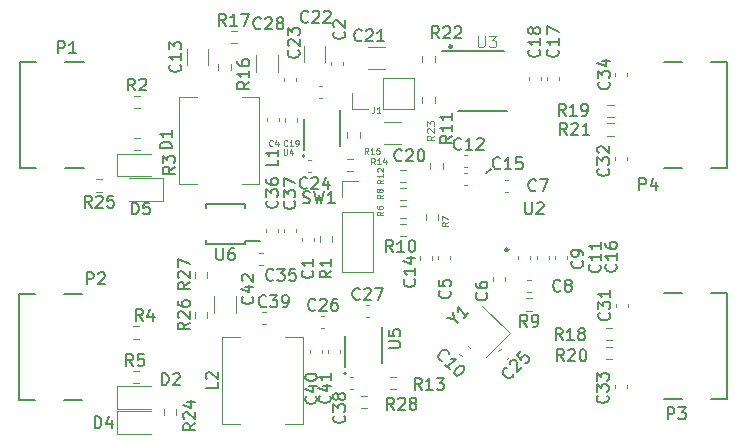
<source format=gbr>
%TF.GenerationSoftware,KiCad,Pcbnew,7.0.7*%
%TF.CreationDate,2023-09-25T17:24:45-05:00*%
%TF.ProjectId,KiVM,4b69564d-2e6b-4696-9361-645f70636258,rev?*%
%TF.SameCoordinates,Original*%
%TF.FileFunction,Legend,Top*%
%TF.FilePolarity,Positive*%
%FSLAX46Y46*%
G04 Gerber Fmt 4.6, Leading zero omitted, Abs format (unit mm)*
G04 Created by KiCad (PCBNEW 7.0.7) date 2023-09-25 17:24:45*
%MOMM*%
%LPD*%
G01*
G04 APERTURE LIST*
%ADD10C,0.150000*%
%ADD11C,0.100000*%
%ADD12C,0.076200*%
%ADD13C,0.098900*%
%ADD14C,0.075000*%
%ADD15C,0.120000*%
%ADD16C,0.229605*%
%ADD17C,0.127000*%
%ADD18C,0.152400*%
%ADD19C,0.177800*%
G04 APERTURE END LIST*
D10*
X158394400Y-111607600D02*
X158851600Y-111201200D01*
X155350380Y-121552166D02*
X155398000Y-121599785D01*
X155398000Y-121599785D02*
X155445619Y-121742642D01*
X155445619Y-121742642D02*
X155445619Y-121837880D01*
X155445619Y-121837880D02*
X155398000Y-121980737D01*
X155398000Y-121980737D02*
X155302761Y-122075975D01*
X155302761Y-122075975D02*
X155207523Y-122123594D01*
X155207523Y-122123594D02*
X155017047Y-122171213D01*
X155017047Y-122171213D02*
X154874190Y-122171213D01*
X154874190Y-122171213D02*
X154683714Y-122123594D01*
X154683714Y-122123594D02*
X154588476Y-122075975D01*
X154588476Y-122075975D02*
X154493238Y-121980737D01*
X154493238Y-121980737D02*
X154445619Y-121837880D01*
X154445619Y-121837880D02*
X154445619Y-121742642D01*
X154445619Y-121742642D02*
X154493238Y-121599785D01*
X154493238Y-121599785D02*
X154540857Y-121552166D01*
X154445619Y-120647404D02*
X154445619Y-121123594D01*
X154445619Y-121123594D02*
X154921809Y-121171213D01*
X154921809Y-121171213D02*
X154874190Y-121123594D01*
X154874190Y-121123594D02*
X154826571Y-121028356D01*
X154826571Y-121028356D02*
X154826571Y-120790261D01*
X154826571Y-120790261D02*
X154874190Y-120695023D01*
X154874190Y-120695023D02*
X154921809Y-120647404D01*
X154921809Y-120647404D02*
X155017047Y-120599785D01*
X155017047Y-120599785D02*
X155255142Y-120599785D01*
X155255142Y-120599785D02*
X155350380Y-120647404D01*
X155350380Y-120647404D02*
X155398000Y-120695023D01*
X155398000Y-120695023D02*
X155445619Y-120790261D01*
X155445619Y-120790261D02*
X155445619Y-121028356D01*
X155445619Y-121028356D02*
X155398000Y-121123594D01*
X155398000Y-121123594D02*
X155350380Y-121171213D01*
D11*
X157734095Y-99939819D02*
X157734095Y-100749342D01*
X157734095Y-100749342D02*
X157781714Y-100844580D01*
X157781714Y-100844580D02*
X157829333Y-100892200D01*
X157829333Y-100892200D02*
X157924571Y-100939819D01*
X157924571Y-100939819D02*
X158115047Y-100939819D01*
X158115047Y-100939819D02*
X158210285Y-100892200D01*
X158210285Y-100892200D02*
X158257904Y-100844580D01*
X158257904Y-100844580D02*
X158305523Y-100749342D01*
X158305523Y-100749342D02*
X158305523Y-99939819D01*
X158686476Y-99939819D02*
X159305523Y-99939819D01*
X159305523Y-99939819D02*
X158972190Y-100320771D01*
X158972190Y-100320771D02*
X159115047Y-100320771D01*
X159115047Y-100320771D02*
X159210285Y-100368390D01*
X159210285Y-100368390D02*
X159257904Y-100416009D01*
X159257904Y-100416009D02*
X159305523Y-100511247D01*
X159305523Y-100511247D02*
X159305523Y-100749342D01*
X159305523Y-100749342D02*
X159257904Y-100844580D01*
X159257904Y-100844580D02*
X159210285Y-100892200D01*
X159210285Y-100892200D02*
X159115047Y-100939819D01*
X159115047Y-100939819D02*
X158829333Y-100939819D01*
X158829333Y-100939819D02*
X158734095Y-100892200D01*
X158734095Y-100892200D02*
X158686476Y-100844580D01*
D10*
X129373333Y-124102019D02*
X129040000Y-123625828D01*
X128801905Y-124102019D02*
X128801905Y-123102019D01*
X128801905Y-123102019D02*
X129182857Y-123102019D01*
X129182857Y-123102019D02*
X129278095Y-123149638D01*
X129278095Y-123149638D02*
X129325714Y-123197257D01*
X129325714Y-123197257D02*
X129373333Y-123292495D01*
X129373333Y-123292495D02*
X129373333Y-123435352D01*
X129373333Y-123435352D02*
X129325714Y-123530590D01*
X129325714Y-123530590D02*
X129278095Y-123578209D01*
X129278095Y-123578209D02*
X129182857Y-123625828D01*
X129182857Y-123625828D02*
X128801905Y-123625828D01*
X130230476Y-123435352D02*
X130230476Y-124102019D01*
X129992381Y-123054400D02*
X129754286Y-123768685D01*
X129754286Y-123768685D02*
X130373333Y-123768685D01*
X145336419Y-119851466D02*
X144860228Y-120184799D01*
X145336419Y-120422894D02*
X144336419Y-120422894D01*
X144336419Y-120422894D02*
X144336419Y-120041942D01*
X144336419Y-120041942D02*
X144384038Y-119946704D01*
X144384038Y-119946704D02*
X144431657Y-119899085D01*
X144431657Y-119899085D02*
X144526895Y-119851466D01*
X144526895Y-119851466D02*
X144669752Y-119851466D01*
X144669752Y-119851466D02*
X144764990Y-119899085D01*
X144764990Y-119899085D02*
X144812609Y-119946704D01*
X144812609Y-119946704D02*
X144860228Y-120041942D01*
X144860228Y-120041942D02*
X144860228Y-120422894D01*
X145336419Y-118899085D02*
X145336419Y-119470513D01*
X145336419Y-119184799D02*
X144336419Y-119184799D01*
X144336419Y-119184799D02*
X144479276Y-119280037D01*
X144479276Y-119280037D02*
X144574514Y-119375275D01*
X144574514Y-119375275D02*
X144622133Y-119470513D01*
X122197905Y-101445219D02*
X122197905Y-100445219D01*
X122197905Y-100445219D02*
X122578857Y-100445219D01*
X122578857Y-100445219D02*
X122674095Y-100492838D01*
X122674095Y-100492838D02*
X122721714Y-100540457D01*
X122721714Y-100540457D02*
X122769333Y-100635695D01*
X122769333Y-100635695D02*
X122769333Y-100778552D01*
X122769333Y-100778552D02*
X122721714Y-100873790D01*
X122721714Y-100873790D02*
X122674095Y-100921409D01*
X122674095Y-100921409D02*
X122578857Y-100969028D01*
X122578857Y-100969028D02*
X122197905Y-100969028D01*
X123721714Y-101445219D02*
X123150286Y-101445219D01*
X123436000Y-101445219D02*
X123436000Y-100445219D01*
X123436000Y-100445219D02*
X123340762Y-100588076D01*
X123340762Y-100588076D02*
X123245524Y-100683314D01*
X123245524Y-100683314D02*
X123150286Y-100730933D01*
X144021980Y-130487657D02*
X144069600Y-130535276D01*
X144069600Y-130535276D02*
X144117219Y-130678133D01*
X144117219Y-130678133D02*
X144117219Y-130773371D01*
X144117219Y-130773371D02*
X144069600Y-130916228D01*
X144069600Y-130916228D02*
X143974361Y-131011466D01*
X143974361Y-131011466D02*
X143879123Y-131059085D01*
X143879123Y-131059085D02*
X143688647Y-131106704D01*
X143688647Y-131106704D02*
X143545790Y-131106704D01*
X143545790Y-131106704D02*
X143355314Y-131059085D01*
X143355314Y-131059085D02*
X143260076Y-131011466D01*
X143260076Y-131011466D02*
X143164838Y-130916228D01*
X143164838Y-130916228D02*
X143117219Y-130773371D01*
X143117219Y-130773371D02*
X143117219Y-130678133D01*
X143117219Y-130678133D02*
X143164838Y-130535276D01*
X143164838Y-130535276D02*
X143212457Y-130487657D01*
X143450552Y-129630514D02*
X144117219Y-129630514D01*
X143069600Y-129868609D02*
X143783885Y-130106704D01*
X143783885Y-130106704D02*
X143783885Y-129487657D01*
X143117219Y-128916228D02*
X143117219Y-128820990D01*
X143117219Y-128820990D02*
X143164838Y-128725752D01*
X143164838Y-128725752D02*
X143212457Y-128678133D01*
X143212457Y-128678133D02*
X143307695Y-128630514D01*
X143307695Y-128630514D02*
X143498171Y-128582895D01*
X143498171Y-128582895D02*
X143736266Y-128582895D01*
X143736266Y-128582895D02*
X143926742Y-128630514D01*
X143926742Y-128630514D02*
X144021980Y-128678133D01*
X144021980Y-128678133D02*
X144069600Y-128725752D01*
X144069600Y-128725752D02*
X144117219Y-128820990D01*
X144117219Y-128820990D02*
X144117219Y-128916228D01*
X144117219Y-128916228D02*
X144069600Y-129011466D01*
X144069600Y-129011466D02*
X144021980Y-129059085D01*
X144021980Y-129059085D02*
X143926742Y-129106704D01*
X143926742Y-129106704D02*
X143736266Y-129154323D01*
X143736266Y-129154323D02*
X143498171Y-129154323D01*
X143498171Y-129154323D02*
X143307695Y-129106704D01*
X143307695Y-129106704D02*
X143212457Y-129059085D01*
X143212457Y-129059085D02*
X143164838Y-129011466D01*
X143164838Y-129011466D02*
X143117219Y-128916228D01*
X169421980Y-119311657D02*
X169469600Y-119359276D01*
X169469600Y-119359276D02*
X169517219Y-119502133D01*
X169517219Y-119502133D02*
X169517219Y-119597371D01*
X169517219Y-119597371D02*
X169469600Y-119740228D01*
X169469600Y-119740228D02*
X169374361Y-119835466D01*
X169374361Y-119835466D02*
X169279123Y-119883085D01*
X169279123Y-119883085D02*
X169088647Y-119930704D01*
X169088647Y-119930704D02*
X168945790Y-119930704D01*
X168945790Y-119930704D02*
X168755314Y-119883085D01*
X168755314Y-119883085D02*
X168660076Y-119835466D01*
X168660076Y-119835466D02*
X168564838Y-119740228D01*
X168564838Y-119740228D02*
X168517219Y-119597371D01*
X168517219Y-119597371D02*
X168517219Y-119502133D01*
X168517219Y-119502133D02*
X168564838Y-119359276D01*
X168564838Y-119359276D02*
X168612457Y-119311657D01*
X169517219Y-118359276D02*
X169517219Y-118930704D01*
X169517219Y-118644990D02*
X168517219Y-118644990D01*
X168517219Y-118644990D02*
X168660076Y-118740228D01*
X168660076Y-118740228D02*
X168755314Y-118835466D01*
X168755314Y-118835466D02*
X168802933Y-118930704D01*
X168517219Y-117502133D02*
X168517219Y-117692609D01*
X168517219Y-117692609D02*
X168564838Y-117787847D01*
X168564838Y-117787847D02*
X168612457Y-117835466D01*
X168612457Y-117835466D02*
X168755314Y-117930704D01*
X168755314Y-117930704D02*
X168945790Y-117978323D01*
X168945790Y-117978323D02*
X169326742Y-117978323D01*
X169326742Y-117978323D02*
X169421980Y-117930704D01*
X169421980Y-117930704D02*
X169469600Y-117883085D01*
X169469600Y-117883085D02*
X169517219Y-117787847D01*
X169517219Y-117787847D02*
X169517219Y-117597371D01*
X169517219Y-117597371D02*
X169469600Y-117502133D01*
X169469600Y-117502133D02*
X169421980Y-117454514D01*
X169421980Y-117454514D02*
X169326742Y-117406895D01*
X169326742Y-117406895D02*
X169088647Y-117406895D01*
X169088647Y-117406895D02*
X168993409Y-117454514D01*
X168993409Y-117454514D02*
X168945790Y-117502133D01*
X168945790Y-117502133D02*
X168898171Y-117597371D01*
X168898171Y-117597371D02*
X168898171Y-117787847D01*
X168898171Y-117787847D02*
X168945790Y-117883085D01*
X168945790Y-117883085D02*
X168993409Y-117930704D01*
X168993409Y-117930704D02*
X169088647Y-117978323D01*
D12*
X149684647Y-114841866D02*
X149442742Y-115011200D01*
X149684647Y-115132152D02*
X149176647Y-115132152D01*
X149176647Y-115132152D02*
X149176647Y-114938628D01*
X149176647Y-114938628D02*
X149200837Y-114890247D01*
X149200837Y-114890247D02*
X149225028Y-114866057D01*
X149225028Y-114866057D02*
X149273409Y-114841866D01*
X149273409Y-114841866D02*
X149345980Y-114841866D01*
X149345980Y-114841866D02*
X149394361Y-114866057D01*
X149394361Y-114866057D02*
X149418552Y-114890247D01*
X149418552Y-114890247D02*
X149442742Y-114938628D01*
X149442742Y-114938628D02*
X149442742Y-115132152D01*
X149176647Y-114406438D02*
X149176647Y-114503200D01*
X149176647Y-114503200D02*
X149200837Y-114551581D01*
X149200837Y-114551581D02*
X149225028Y-114575771D01*
X149225028Y-114575771D02*
X149297599Y-114624152D01*
X149297599Y-114624152D02*
X149394361Y-114648343D01*
X149394361Y-114648343D02*
X149587885Y-114648343D01*
X149587885Y-114648343D02*
X149636266Y-114624152D01*
X149636266Y-114624152D02*
X149660457Y-114599962D01*
X149660457Y-114599962D02*
X149684647Y-114551581D01*
X149684647Y-114551581D02*
X149684647Y-114454819D01*
X149684647Y-114454819D02*
X149660457Y-114406438D01*
X149660457Y-114406438D02*
X149636266Y-114382247D01*
X149636266Y-114382247D02*
X149587885Y-114358057D01*
X149587885Y-114358057D02*
X149466933Y-114358057D01*
X149466933Y-114358057D02*
X149418552Y-114382247D01*
X149418552Y-114382247D02*
X149394361Y-114406438D01*
X149394361Y-114406438D02*
X149370171Y-114454819D01*
X149370171Y-114454819D02*
X149370171Y-114551581D01*
X149370171Y-114551581D02*
X149394361Y-114599962D01*
X149394361Y-114599962D02*
X149418552Y-114624152D01*
X149418552Y-114624152D02*
X149466933Y-114648343D01*
D10*
X166564480Y-119038666D02*
X166612100Y-119086285D01*
X166612100Y-119086285D02*
X166659719Y-119229142D01*
X166659719Y-119229142D02*
X166659719Y-119324380D01*
X166659719Y-119324380D02*
X166612100Y-119467237D01*
X166612100Y-119467237D02*
X166516861Y-119562475D01*
X166516861Y-119562475D02*
X166421623Y-119610094D01*
X166421623Y-119610094D02*
X166231147Y-119657713D01*
X166231147Y-119657713D02*
X166088290Y-119657713D01*
X166088290Y-119657713D02*
X165897814Y-119610094D01*
X165897814Y-119610094D02*
X165802576Y-119562475D01*
X165802576Y-119562475D02*
X165707338Y-119467237D01*
X165707338Y-119467237D02*
X165659719Y-119324380D01*
X165659719Y-119324380D02*
X165659719Y-119229142D01*
X165659719Y-119229142D02*
X165707338Y-119086285D01*
X165707338Y-119086285D02*
X165754957Y-119038666D01*
X166659719Y-118562475D02*
X166659719Y-118371999D01*
X166659719Y-118371999D02*
X166612100Y-118276761D01*
X166612100Y-118276761D02*
X166564480Y-118229142D01*
X166564480Y-118229142D02*
X166421623Y-118133904D01*
X166421623Y-118133904D02*
X166231147Y-118086285D01*
X166231147Y-118086285D02*
X165850195Y-118086285D01*
X165850195Y-118086285D02*
X165754957Y-118133904D01*
X165754957Y-118133904D02*
X165707338Y-118181523D01*
X165707338Y-118181523D02*
X165659719Y-118276761D01*
X165659719Y-118276761D02*
X165659719Y-118467237D01*
X165659719Y-118467237D02*
X165707338Y-118562475D01*
X165707338Y-118562475D02*
X165754957Y-118610094D01*
X165754957Y-118610094D02*
X165850195Y-118657713D01*
X165850195Y-118657713D02*
X166088290Y-118657713D01*
X166088290Y-118657713D02*
X166183528Y-118610094D01*
X166183528Y-118610094D02*
X166231147Y-118562475D01*
X166231147Y-118562475D02*
X166278766Y-118467237D01*
X166278766Y-118467237D02*
X166278766Y-118276761D01*
X166278766Y-118276761D02*
X166231147Y-118181523D01*
X166231147Y-118181523D02*
X166183528Y-118133904D01*
X166183528Y-118133904D02*
X166088290Y-118086285D01*
X165015942Y-127505619D02*
X164682609Y-127029428D01*
X164444514Y-127505619D02*
X164444514Y-126505619D01*
X164444514Y-126505619D02*
X164825466Y-126505619D01*
X164825466Y-126505619D02*
X164920704Y-126553238D01*
X164920704Y-126553238D02*
X164968323Y-126600857D01*
X164968323Y-126600857D02*
X165015942Y-126696095D01*
X165015942Y-126696095D02*
X165015942Y-126838952D01*
X165015942Y-126838952D02*
X164968323Y-126934190D01*
X164968323Y-126934190D02*
X164920704Y-126981809D01*
X164920704Y-126981809D02*
X164825466Y-127029428D01*
X164825466Y-127029428D02*
X164444514Y-127029428D01*
X165396895Y-126600857D02*
X165444514Y-126553238D01*
X165444514Y-126553238D02*
X165539752Y-126505619D01*
X165539752Y-126505619D02*
X165777847Y-126505619D01*
X165777847Y-126505619D02*
X165873085Y-126553238D01*
X165873085Y-126553238D02*
X165920704Y-126600857D01*
X165920704Y-126600857D02*
X165968323Y-126696095D01*
X165968323Y-126696095D02*
X165968323Y-126791333D01*
X165968323Y-126791333D02*
X165920704Y-126934190D01*
X165920704Y-126934190D02*
X165349276Y-127505619D01*
X165349276Y-127505619D02*
X165968323Y-127505619D01*
X166587371Y-126505619D02*
X166682609Y-126505619D01*
X166682609Y-126505619D02*
X166777847Y-126553238D01*
X166777847Y-126553238D02*
X166825466Y-126600857D01*
X166825466Y-126600857D02*
X166873085Y-126696095D01*
X166873085Y-126696095D02*
X166920704Y-126886571D01*
X166920704Y-126886571D02*
X166920704Y-127124666D01*
X166920704Y-127124666D02*
X166873085Y-127315142D01*
X166873085Y-127315142D02*
X166825466Y-127410380D01*
X166825466Y-127410380D02*
X166777847Y-127458000D01*
X166777847Y-127458000D02*
X166682609Y-127505619D01*
X166682609Y-127505619D02*
X166587371Y-127505619D01*
X166587371Y-127505619D02*
X166492133Y-127458000D01*
X166492133Y-127458000D02*
X166444514Y-127410380D01*
X166444514Y-127410380D02*
X166396895Y-127315142D01*
X166396895Y-127315142D02*
X166349276Y-127124666D01*
X166349276Y-127124666D02*
X166349276Y-126886571D01*
X166349276Y-126886571D02*
X166396895Y-126696095D01*
X166396895Y-126696095D02*
X166444514Y-126600857D01*
X166444514Y-126600857D02*
X166492133Y-126553238D01*
X166492133Y-126553238D02*
X166587371Y-126505619D01*
X173810705Y-132433219D02*
X173810705Y-131433219D01*
X173810705Y-131433219D02*
X174191657Y-131433219D01*
X174191657Y-131433219D02*
X174286895Y-131480838D01*
X174286895Y-131480838D02*
X174334514Y-131528457D01*
X174334514Y-131528457D02*
X174382133Y-131623695D01*
X174382133Y-131623695D02*
X174382133Y-131766552D01*
X174382133Y-131766552D02*
X174334514Y-131861790D01*
X174334514Y-131861790D02*
X174286895Y-131909409D01*
X174286895Y-131909409D02*
X174191657Y-131957028D01*
X174191657Y-131957028D02*
X173810705Y-131957028D01*
X174715467Y-131433219D02*
X175334514Y-131433219D01*
X175334514Y-131433219D02*
X175001181Y-131814171D01*
X175001181Y-131814171D02*
X175144038Y-131814171D01*
X175144038Y-131814171D02*
X175239276Y-131861790D01*
X175239276Y-131861790D02*
X175286895Y-131909409D01*
X175286895Y-131909409D02*
X175334514Y-132004647D01*
X175334514Y-132004647D02*
X175334514Y-132242742D01*
X175334514Y-132242742D02*
X175286895Y-132337980D01*
X175286895Y-132337980D02*
X175239276Y-132385600D01*
X175239276Y-132385600D02*
X175144038Y-132433219D01*
X175144038Y-132433219D02*
X174858324Y-132433219D01*
X174858324Y-132433219D02*
X174763086Y-132385600D01*
X174763086Y-132385600D02*
X174715467Y-132337980D01*
X142193180Y-113977657D02*
X142240800Y-114025276D01*
X142240800Y-114025276D02*
X142288419Y-114168133D01*
X142288419Y-114168133D02*
X142288419Y-114263371D01*
X142288419Y-114263371D02*
X142240800Y-114406228D01*
X142240800Y-114406228D02*
X142145561Y-114501466D01*
X142145561Y-114501466D02*
X142050323Y-114549085D01*
X142050323Y-114549085D02*
X141859847Y-114596704D01*
X141859847Y-114596704D02*
X141716990Y-114596704D01*
X141716990Y-114596704D02*
X141526514Y-114549085D01*
X141526514Y-114549085D02*
X141431276Y-114501466D01*
X141431276Y-114501466D02*
X141336038Y-114406228D01*
X141336038Y-114406228D02*
X141288419Y-114263371D01*
X141288419Y-114263371D02*
X141288419Y-114168133D01*
X141288419Y-114168133D02*
X141336038Y-114025276D01*
X141336038Y-114025276D02*
X141383657Y-113977657D01*
X141288419Y-113644323D02*
X141288419Y-113025276D01*
X141288419Y-113025276D02*
X141669371Y-113358609D01*
X141669371Y-113358609D02*
X141669371Y-113215752D01*
X141669371Y-113215752D02*
X141716990Y-113120514D01*
X141716990Y-113120514D02*
X141764609Y-113072895D01*
X141764609Y-113072895D02*
X141859847Y-113025276D01*
X141859847Y-113025276D02*
X142097942Y-113025276D01*
X142097942Y-113025276D02*
X142193180Y-113072895D01*
X142193180Y-113072895D02*
X142240800Y-113120514D01*
X142240800Y-113120514D02*
X142288419Y-113215752D01*
X142288419Y-113215752D02*
X142288419Y-113501466D01*
X142288419Y-113501466D02*
X142240800Y-113596704D01*
X142240800Y-113596704D02*
X142193180Y-113644323D01*
X141288419Y-112691942D02*
X141288419Y-112025276D01*
X141288419Y-112025276D02*
X142288419Y-112453847D01*
X151299942Y-110493980D02*
X151252323Y-110541600D01*
X151252323Y-110541600D02*
X151109466Y-110589219D01*
X151109466Y-110589219D02*
X151014228Y-110589219D01*
X151014228Y-110589219D02*
X150871371Y-110541600D01*
X150871371Y-110541600D02*
X150776133Y-110446361D01*
X150776133Y-110446361D02*
X150728514Y-110351123D01*
X150728514Y-110351123D02*
X150680895Y-110160647D01*
X150680895Y-110160647D02*
X150680895Y-110017790D01*
X150680895Y-110017790D02*
X150728514Y-109827314D01*
X150728514Y-109827314D02*
X150776133Y-109732076D01*
X150776133Y-109732076D02*
X150871371Y-109636838D01*
X150871371Y-109636838D02*
X151014228Y-109589219D01*
X151014228Y-109589219D02*
X151109466Y-109589219D01*
X151109466Y-109589219D02*
X151252323Y-109636838D01*
X151252323Y-109636838D02*
X151299942Y-109684457D01*
X151680895Y-109684457D02*
X151728514Y-109636838D01*
X151728514Y-109636838D02*
X151823752Y-109589219D01*
X151823752Y-109589219D02*
X152061847Y-109589219D01*
X152061847Y-109589219D02*
X152157085Y-109636838D01*
X152157085Y-109636838D02*
X152204704Y-109684457D01*
X152204704Y-109684457D02*
X152252323Y-109779695D01*
X152252323Y-109779695D02*
X152252323Y-109874933D01*
X152252323Y-109874933D02*
X152204704Y-110017790D01*
X152204704Y-110017790D02*
X151633276Y-110589219D01*
X151633276Y-110589219D02*
X152252323Y-110589219D01*
X152871371Y-109589219D02*
X152966609Y-109589219D01*
X152966609Y-109589219D02*
X153061847Y-109636838D01*
X153061847Y-109636838D02*
X153109466Y-109684457D01*
X153109466Y-109684457D02*
X153157085Y-109779695D01*
X153157085Y-109779695D02*
X153204704Y-109970171D01*
X153204704Y-109970171D02*
X153204704Y-110208266D01*
X153204704Y-110208266D02*
X153157085Y-110398742D01*
X153157085Y-110398742D02*
X153109466Y-110493980D01*
X153109466Y-110493980D02*
X153061847Y-110541600D01*
X153061847Y-110541600D02*
X152966609Y-110589219D01*
X152966609Y-110589219D02*
X152871371Y-110589219D01*
X152871371Y-110589219D02*
X152776133Y-110541600D01*
X152776133Y-110541600D02*
X152728514Y-110493980D01*
X152728514Y-110493980D02*
X152680895Y-110398742D01*
X152680895Y-110398742D02*
X152633276Y-110208266D01*
X152633276Y-110208266D02*
X152633276Y-109970171D01*
X152633276Y-109970171D02*
X152680895Y-109779695D01*
X152680895Y-109779695D02*
X152728514Y-109684457D01*
X152728514Y-109684457D02*
X152776133Y-109636838D01*
X152776133Y-109636838D02*
X152871371Y-109589219D01*
X164914342Y-125727619D02*
X164581009Y-125251428D01*
X164342914Y-125727619D02*
X164342914Y-124727619D01*
X164342914Y-124727619D02*
X164723866Y-124727619D01*
X164723866Y-124727619D02*
X164819104Y-124775238D01*
X164819104Y-124775238D02*
X164866723Y-124822857D01*
X164866723Y-124822857D02*
X164914342Y-124918095D01*
X164914342Y-124918095D02*
X164914342Y-125060952D01*
X164914342Y-125060952D02*
X164866723Y-125156190D01*
X164866723Y-125156190D02*
X164819104Y-125203809D01*
X164819104Y-125203809D02*
X164723866Y-125251428D01*
X164723866Y-125251428D02*
X164342914Y-125251428D01*
X165866723Y-125727619D02*
X165295295Y-125727619D01*
X165581009Y-125727619D02*
X165581009Y-124727619D01*
X165581009Y-124727619D02*
X165485771Y-124870476D01*
X165485771Y-124870476D02*
X165390533Y-124965714D01*
X165390533Y-124965714D02*
X165295295Y-125013333D01*
X166438152Y-125156190D02*
X166342914Y-125108571D01*
X166342914Y-125108571D02*
X166295295Y-125060952D01*
X166295295Y-125060952D02*
X166247676Y-124965714D01*
X166247676Y-124965714D02*
X166247676Y-124918095D01*
X166247676Y-124918095D02*
X166295295Y-124822857D01*
X166295295Y-124822857D02*
X166342914Y-124775238D01*
X166342914Y-124775238D02*
X166438152Y-124727619D01*
X166438152Y-124727619D02*
X166628628Y-124727619D01*
X166628628Y-124727619D02*
X166723866Y-124775238D01*
X166723866Y-124775238D02*
X166771485Y-124822857D01*
X166771485Y-124822857D02*
X166819104Y-124918095D01*
X166819104Y-124918095D02*
X166819104Y-124965714D01*
X166819104Y-124965714D02*
X166771485Y-125060952D01*
X166771485Y-125060952D02*
X166723866Y-125108571D01*
X166723866Y-125108571D02*
X166628628Y-125156190D01*
X166628628Y-125156190D02*
X166438152Y-125156190D01*
X166438152Y-125156190D02*
X166342914Y-125203809D01*
X166342914Y-125203809D02*
X166295295Y-125251428D01*
X166295295Y-125251428D02*
X166247676Y-125346666D01*
X166247676Y-125346666D02*
X166247676Y-125537142D01*
X166247676Y-125537142D02*
X166295295Y-125632380D01*
X166295295Y-125632380D02*
X166342914Y-125680000D01*
X166342914Y-125680000D02*
X166438152Y-125727619D01*
X166438152Y-125727619D02*
X166628628Y-125727619D01*
X166628628Y-125727619D02*
X166723866Y-125680000D01*
X166723866Y-125680000D02*
X166771485Y-125632380D01*
X166771485Y-125632380D02*
X166819104Y-125537142D01*
X166819104Y-125537142D02*
X166819104Y-125346666D01*
X166819104Y-125346666D02*
X166771485Y-125251428D01*
X166771485Y-125251428D02*
X166723866Y-125203809D01*
X166723866Y-125203809D02*
X166628628Y-125156190D01*
X131823619Y-109500894D02*
X130823619Y-109500894D01*
X130823619Y-109500894D02*
X130823619Y-109262799D01*
X130823619Y-109262799D02*
X130871238Y-109119942D01*
X130871238Y-109119942D02*
X130966476Y-109024704D01*
X130966476Y-109024704D02*
X131061714Y-108977085D01*
X131061714Y-108977085D02*
X131252190Y-108929466D01*
X131252190Y-108929466D02*
X131395047Y-108929466D01*
X131395047Y-108929466D02*
X131585523Y-108977085D01*
X131585523Y-108977085D02*
X131680761Y-109024704D01*
X131680761Y-109024704D02*
X131776000Y-109119942D01*
X131776000Y-109119942D02*
X131823619Y-109262799D01*
X131823619Y-109262799D02*
X131823619Y-109500894D01*
X131823619Y-107977085D02*
X131823619Y-108548513D01*
X131823619Y-108262799D02*
X130823619Y-108262799D01*
X130823619Y-108262799D02*
X130966476Y-108358037D01*
X130966476Y-108358037D02*
X131061714Y-108453275D01*
X131061714Y-108453275D02*
X131109333Y-108548513D01*
X154449542Y-100175219D02*
X154116209Y-99699028D01*
X153878114Y-100175219D02*
X153878114Y-99175219D01*
X153878114Y-99175219D02*
X154259066Y-99175219D01*
X154259066Y-99175219D02*
X154354304Y-99222838D01*
X154354304Y-99222838D02*
X154401923Y-99270457D01*
X154401923Y-99270457D02*
X154449542Y-99365695D01*
X154449542Y-99365695D02*
X154449542Y-99508552D01*
X154449542Y-99508552D02*
X154401923Y-99603790D01*
X154401923Y-99603790D02*
X154354304Y-99651409D01*
X154354304Y-99651409D02*
X154259066Y-99699028D01*
X154259066Y-99699028D02*
X153878114Y-99699028D01*
X154830495Y-99270457D02*
X154878114Y-99222838D01*
X154878114Y-99222838D02*
X154973352Y-99175219D01*
X154973352Y-99175219D02*
X155211447Y-99175219D01*
X155211447Y-99175219D02*
X155306685Y-99222838D01*
X155306685Y-99222838D02*
X155354304Y-99270457D01*
X155354304Y-99270457D02*
X155401923Y-99365695D01*
X155401923Y-99365695D02*
X155401923Y-99460933D01*
X155401923Y-99460933D02*
X155354304Y-99603790D01*
X155354304Y-99603790D02*
X154782876Y-100175219D01*
X154782876Y-100175219D02*
X155401923Y-100175219D01*
X155782876Y-99270457D02*
X155830495Y-99222838D01*
X155830495Y-99222838D02*
X155925733Y-99175219D01*
X155925733Y-99175219D02*
X156163828Y-99175219D01*
X156163828Y-99175219D02*
X156259066Y-99222838D01*
X156259066Y-99222838D02*
X156306685Y-99270457D01*
X156306685Y-99270457D02*
X156354304Y-99365695D01*
X156354304Y-99365695D02*
X156354304Y-99460933D01*
X156354304Y-99460933D02*
X156306685Y-99603790D01*
X156306685Y-99603790D02*
X155735257Y-100175219D01*
X155735257Y-100175219D02*
X156354304Y-100175219D01*
X147743942Y-122221180D02*
X147696323Y-122268800D01*
X147696323Y-122268800D02*
X147553466Y-122316419D01*
X147553466Y-122316419D02*
X147458228Y-122316419D01*
X147458228Y-122316419D02*
X147315371Y-122268800D01*
X147315371Y-122268800D02*
X147220133Y-122173561D01*
X147220133Y-122173561D02*
X147172514Y-122078323D01*
X147172514Y-122078323D02*
X147124895Y-121887847D01*
X147124895Y-121887847D02*
X147124895Y-121744990D01*
X147124895Y-121744990D02*
X147172514Y-121554514D01*
X147172514Y-121554514D02*
X147220133Y-121459276D01*
X147220133Y-121459276D02*
X147315371Y-121364038D01*
X147315371Y-121364038D02*
X147458228Y-121316419D01*
X147458228Y-121316419D02*
X147553466Y-121316419D01*
X147553466Y-121316419D02*
X147696323Y-121364038D01*
X147696323Y-121364038D02*
X147743942Y-121411657D01*
X148124895Y-121411657D02*
X148172514Y-121364038D01*
X148172514Y-121364038D02*
X148267752Y-121316419D01*
X148267752Y-121316419D02*
X148505847Y-121316419D01*
X148505847Y-121316419D02*
X148601085Y-121364038D01*
X148601085Y-121364038D02*
X148648704Y-121411657D01*
X148648704Y-121411657D02*
X148696323Y-121506895D01*
X148696323Y-121506895D02*
X148696323Y-121602133D01*
X148696323Y-121602133D02*
X148648704Y-121744990D01*
X148648704Y-121744990D02*
X148077276Y-122316419D01*
X148077276Y-122316419D02*
X148696323Y-122316419D01*
X149029657Y-121316419D02*
X149696323Y-121316419D01*
X149696323Y-121316419D02*
X149267752Y-122316419D01*
X132519980Y-102395257D02*
X132567600Y-102442876D01*
X132567600Y-102442876D02*
X132615219Y-102585733D01*
X132615219Y-102585733D02*
X132615219Y-102680971D01*
X132615219Y-102680971D02*
X132567600Y-102823828D01*
X132567600Y-102823828D02*
X132472361Y-102919066D01*
X132472361Y-102919066D02*
X132377123Y-102966685D01*
X132377123Y-102966685D02*
X132186647Y-103014304D01*
X132186647Y-103014304D02*
X132043790Y-103014304D01*
X132043790Y-103014304D02*
X131853314Y-102966685D01*
X131853314Y-102966685D02*
X131758076Y-102919066D01*
X131758076Y-102919066D02*
X131662838Y-102823828D01*
X131662838Y-102823828D02*
X131615219Y-102680971D01*
X131615219Y-102680971D02*
X131615219Y-102585733D01*
X131615219Y-102585733D02*
X131662838Y-102442876D01*
X131662838Y-102442876D02*
X131710457Y-102395257D01*
X132615219Y-101442876D02*
X132615219Y-102014304D01*
X132615219Y-101728590D02*
X131615219Y-101728590D01*
X131615219Y-101728590D02*
X131758076Y-101823828D01*
X131758076Y-101823828D02*
X131853314Y-101919066D01*
X131853314Y-101919066D02*
X131900933Y-102014304D01*
X131615219Y-101109542D02*
X131615219Y-100490495D01*
X131615219Y-100490495D02*
X131996171Y-100823828D01*
X131996171Y-100823828D02*
X131996171Y-100680971D01*
X131996171Y-100680971D02*
X132043790Y-100585733D01*
X132043790Y-100585733D02*
X132091409Y-100538114D01*
X132091409Y-100538114D02*
X132186647Y-100490495D01*
X132186647Y-100490495D02*
X132424742Y-100490495D01*
X132424742Y-100490495D02*
X132519980Y-100538114D01*
X132519980Y-100538114D02*
X132567600Y-100585733D01*
X132567600Y-100585733D02*
X132615219Y-100680971D01*
X132615219Y-100680971D02*
X132615219Y-100966685D01*
X132615219Y-100966685D02*
X132567600Y-101061923D01*
X132567600Y-101061923D02*
X132519980Y-101109542D01*
X165269942Y-108354019D02*
X164936609Y-107877828D01*
X164698514Y-108354019D02*
X164698514Y-107354019D01*
X164698514Y-107354019D02*
X165079466Y-107354019D01*
X165079466Y-107354019D02*
X165174704Y-107401638D01*
X165174704Y-107401638D02*
X165222323Y-107449257D01*
X165222323Y-107449257D02*
X165269942Y-107544495D01*
X165269942Y-107544495D02*
X165269942Y-107687352D01*
X165269942Y-107687352D02*
X165222323Y-107782590D01*
X165222323Y-107782590D02*
X165174704Y-107830209D01*
X165174704Y-107830209D02*
X165079466Y-107877828D01*
X165079466Y-107877828D02*
X164698514Y-107877828D01*
X165650895Y-107449257D02*
X165698514Y-107401638D01*
X165698514Y-107401638D02*
X165793752Y-107354019D01*
X165793752Y-107354019D02*
X166031847Y-107354019D01*
X166031847Y-107354019D02*
X166127085Y-107401638D01*
X166127085Y-107401638D02*
X166174704Y-107449257D01*
X166174704Y-107449257D02*
X166222323Y-107544495D01*
X166222323Y-107544495D02*
X166222323Y-107639733D01*
X166222323Y-107639733D02*
X166174704Y-107782590D01*
X166174704Y-107782590D02*
X165603276Y-108354019D01*
X165603276Y-108354019D02*
X166222323Y-108354019D01*
X167174704Y-108354019D02*
X166603276Y-108354019D01*
X166888990Y-108354019D02*
X166888990Y-107354019D01*
X166888990Y-107354019D02*
X166793752Y-107496876D01*
X166793752Y-107496876D02*
X166698514Y-107592114D01*
X166698514Y-107592114D02*
X166603276Y-107639733D01*
X146409580Y-99607666D02*
X146457200Y-99655285D01*
X146457200Y-99655285D02*
X146504819Y-99798142D01*
X146504819Y-99798142D02*
X146504819Y-99893380D01*
X146504819Y-99893380D02*
X146457200Y-100036237D01*
X146457200Y-100036237D02*
X146361961Y-100131475D01*
X146361961Y-100131475D02*
X146266723Y-100179094D01*
X146266723Y-100179094D02*
X146076247Y-100226713D01*
X146076247Y-100226713D02*
X145933390Y-100226713D01*
X145933390Y-100226713D02*
X145742914Y-100179094D01*
X145742914Y-100179094D02*
X145647676Y-100131475D01*
X145647676Y-100131475D02*
X145552438Y-100036237D01*
X145552438Y-100036237D02*
X145504819Y-99893380D01*
X145504819Y-99893380D02*
X145504819Y-99798142D01*
X145504819Y-99798142D02*
X145552438Y-99655285D01*
X145552438Y-99655285D02*
X145600057Y-99607666D01*
X145600057Y-99226713D02*
X145552438Y-99179094D01*
X145552438Y-99179094D02*
X145504819Y-99083856D01*
X145504819Y-99083856D02*
X145504819Y-98845761D01*
X145504819Y-98845761D02*
X145552438Y-98750523D01*
X145552438Y-98750523D02*
X145600057Y-98702904D01*
X145600057Y-98702904D02*
X145695295Y-98655285D01*
X145695295Y-98655285D02*
X145790533Y-98655285D01*
X145790533Y-98655285D02*
X145933390Y-98702904D01*
X145933390Y-98702904D02*
X146504819Y-99274332D01*
X146504819Y-99274332D02*
X146504819Y-98655285D01*
X164494380Y-101125257D02*
X164542000Y-101172876D01*
X164542000Y-101172876D02*
X164589619Y-101315733D01*
X164589619Y-101315733D02*
X164589619Y-101410971D01*
X164589619Y-101410971D02*
X164542000Y-101553828D01*
X164542000Y-101553828D02*
X164446761Y-101649066D01*
X164446761Y-101649066D02*
X164351523Y-101696685D01*
X164351523Y-101696685D02*
X164161047Y-101744304D01*
X164161047Y-101744304D02*
X164018190Y-101744304D01*
X164018190Y-101744304D02*
X163827714Y-101696685D01*
X163827714Y-101696685D02*
X163732476Y-101649066D01*
X163732476Y-101649066D02*
X163637238Y-101553828D01*
X163637238Y-101553828D02*
X163589619Y-101410971D01*
X163589619Y-101410971D02*
X163589619Y-101315733D01*
X163589619Y-101315733D02*
X163637238Y-101172876D01*
X163637238Y-101172876D02*
X163684857Y-101125257D01*
X164589619Y-100172876D02*
X164589619Y-100744304D01*
X164589619Y-100458590D02*
X163589619Y-100458590D01*
X163589619Y-100458590D02*
X163732476Y-100553828D01*
X163732476Y-100553828D02*
X163827714Y-100649066D01*
X163827714Y-100649066D02*
X163875333Y-100744304D01*
X163589619Y-99839542D02*
X163589619Y-99172876D01*
X163589619Y-99172876D02*
X164589619Y-99601447D01*
X171423105Y-113027619D02*
X171423105Y-112027619D01*
X171423105Y-112027619D02*
X171804057Y-112027619D01*
X171804057Y-112027619D02*
X171899295Y-112075238D01*
X171899295Y-112075238D02*
X171946914Y-112122857D01*
X171946914Y-112122857D02*
X171994533Y-112218095D01*
X171994533Y-112218095D02*
X171994533Y-112360952D01*
X171994533Y-112360952D02*
X171946914Y-112456190D01*
X171946914Y-112456190D02*
X171899295Y-112503809D01*
X171899295Y-112503809D02*
X171804057Y-112551428D01*
X171804057Y-112551428D02*
X171423105Y-112551428D01*
X172851676Y-112360952D02*
X172851676Y-113027619D01*
X172613581Y-111980000D02*
X172375486Y-112694285D01*
X172375486Y-112694285D02*
X172994533Y-112694285D01*
X168775380Y-111209057D02*
X168823000Y-111256676D01*
X168823000Y-111256676D02*
X168870619Y-111399533D01*
X168870619Y-111399533D02*
X168870619Y-111494771D01*
X168870619Y-111494771D02*
X168823000Y-111637628D01*
X168823000Y-111637628D02*
X168727761Y-111732866D01*
X168727761Y-111732866D02*
X168632523Y-111780485D01*
X168632523Y-111780485D02*
X168442047Y-111828104D01*
X168442047Y-111828104D02*
X168299190Y-111828104D01*
X168299190Y-111828104D02*
X168108714Y-111780485D01*
X168108714Y-111780485D02*
X168013476Y-111732866D01*
X168013476Y-111732866D02*
X167918238Y-111637628D01*
X167918238Y-111637628D02*
X167870619Y-111494771D01*
X167870619Y-111494771D02*
X167870619Y-111399533D01*
X167870619Y-111399533D02*
X167918238Y-111256676D01*
X167918238Y-111256676D02*
X167965857Y-111209057D01*
X167870619Y-110875723D02*
X167870619Y-110256676D01*
X167870619Y-110256676D02*
X168251571Y-110590009D01*
X168251571Y-110590009D02*
X168251571Y-110447152D01*
X168251571Y-110447152D02*
X168299190Y-110351914D01*
X168299190Y-110351914D02*
X168346809Y-110304295D01*
X168346809Y-110304295D02*
X168442047Y-110256676D01*
X168442047Y-110256676D02*
X168680142Y-110256676D01*
X168680142Y-110256676D02*
X168775380Y-110304295D01*
X168775380Y-110304295D02*
X168823000Y-110351914D01*
X168823000Y-110351914D02*
X168870619Y-110447152D01*
X168870619Y-110447152D02*
X168870619Y-110732866D01*
X168870619Y-110732866D02*
X168823000Y-110828104D01*
X168823000Y-110828104D02*
X168775380Y-110875723D01*
X167965857Y-109875723D02*
X167918238Y-109828104D01*
X167918238Y-109828104D02*
X167870619Y-109732866D01*
X167870619Y-109732866D02*
X167870619Y-109494771D01*
X167870619Y-109494771D02*
X167918238Y-109399533D01*
X167918238Y-109399533D02*
X167965857Y-109351914D01*
X167965857Y-109351914D02*
X168061095Y-109304295D01*
X168061095Y-109304295D02*
X168156333Y-109304295D01*
X168156333Y-109304295D02*
X168299190Y-109351914D01*
X168299190Y-109351914D02*
X168870619Y-109923342D01*
X168870619Y-109923342D02*
X168870619Y-109304295D01*
X155756570Y-123968804D02*
X156093288Y-124305522D01*
X155150479Y-123834117D02*
X155756570Y-123968804D01*
X155756570Y-123968804D02*
X155621883Y-123362713D01*
X156935081Y-123463728D02*
X156531020Y-123867789D01*
X156733051Y-123665758D02*
X156025944Y-122958652D01*
X156025944Y-122958652D02*
X156059616Y-123127010D01*
X156059616Y-123127010D02*
X156059616Y-123261697D01*
X156059616Y-123261697D02*
X156025944Y-123362713D01*
X143375142Y-98759180D02*
X143327523Y-98806800D01*
X143327523Y-98806800D02*
X143184666Y-98854419D01*
X143184666Y-98854419D02*
X143089428Y-98854419D01*
X143089428Y-98854419D02*
X142946571Y-98806800D01*
X142946571Y-98806800D02*
X142851333Y-98711561D01*
X142851333Y-98711561D02*
X142803714Y-98616323D01*
X142803714Y-98616323D02*
X142756095Y-98425847D01*
X142756095Y-98425847D02*
X142756095Y-98282990D01*
X142756095Y-98282990D02*
X142803714Y-98092514D01*
X142803714Y-98092514D02*
X142851333Y-97997276D01*
X142851333Y-97997276D02*
X142946571Y-97902038D01*
X142946571Y-97902038D02*
X143089428Y-97854419D01*
X143089428Y-97854419D02*
X143184666Y-97854419D01*
X143184666Y-97854419D02*
X143327523Y-97902038D01*
X143327523Y-97902038D02*
X143375142Y-97949657D01*
X143756095Y-97949657D02*
X143803714Y-97902038D01*
X143803714Y-97902038D02*
X143898952Y-97854419D01*
X143898952Y-97854419D02*
X144137047Y-97854419D01*
X144137047Y-97854419D02*
X144232285Y-97902038D01*
X144232285Y-97902038D02*
X144279904Y-97949657D01*
X144279904Y-97949657D02*
X144327523Y-98044895D01*
X144327523Y-98044895D02*
X144327523Y-98140133D01*
X144327523Y-98140133D02*
X144279904Y-98282990D01*
X144279904Y-98282990D02*
X143708476Y-98854419D01*
X143708476Y-98854419D02*
X144327523Y-98854419D01*
X144708476Y-97949657D02*
X144756095Y-97902038D01*
X144756095Y-97902038D02*
X144851333Y-97854419D01*
X144851333Y-97854419D02*
X145089428Y-97854419D01*
X145089428Y-97854419D02*
X145184666Y-97902038D01*
X145184666Y-97902038D02*
X145232285Y-97949657D01*
X145232285Y-97949657D02*
X145279904Y-98044895D01*
X145279904Y-98044895D02*
X145279904Y-98140133D01*
X145279904Y-98140133D02*
X145232285Y-98282990D01*
X145232285Y-98282990D02*
X144660857Y-98854419D01*
X144660857Y-98854419D02*
X145279904Y-98854419D01*
D12*
X149684647Y-113419466D02*
X149442742Y-113588800D01*
X149684647Y-113709752D02*
X149176647Y-113709752D01*
X149176647Y-113709752D02*
X149176647Y-113516228D01*
X149176647Y-113516228D02*
X149200837Y-113467847D01*
X149200837Y-113467847D02*
X149225028Y-113443657D01*
X149225028Y-113443657D02*
X149273409Y-113419466D01*
X149273409Y-113419466D02*
X149345980Y-113419466D01*
X149345980Y-113419466D02*
X149394361Y-113443657D01*
X149394361Y-113443657D02*
X149418552Y-113467847D01*
X149418552Y-113467847D02*
X149442742Y-113516228D01*
X149442742Y-113516228D02*
X149442742Y-113709752D01*
X149394361Y-113129181D02*
X149370171Y-113177562D01*
X149370171Y-113177562D02*
X149345980Y-113201752D01*
X149345980Y-113201752D02*
X149297599Y-113225943D01*
X149297599Y-113225943D02*
X149273409Y-113225943D01*
X149273409Y-113225943D02*
X149225028Y-113201752D01*
X149225028Y-113201752D02*
X149200837Y-113177562D01*
X149200837Y-113177562D02*
X149176647Y-113129181D01*
X149176647Y-113129181D02*
X149176647Y-113032419D01*
X149176647Y-113032419D02*
X149200837Y-112984038D01*
X149200837Y-112984038D02*
X149225028Y-112959847D01*
X149225028Y-112959847D02*
X149273409Y-112935657D01*
X149273409Y-112935657D02*
X149297599Y-112935657D01*
X149297599Y-112935657D02*
X149345980Y-112959847D01*
X149345980Y-112959847D02*
X149370171Y-112984038D01*
X149370171Y-112984038D02*
X149394361Y-113032419D01*
X149394361Y-113032419D02*
X149394361Y-113129181D01*
X149394361Y-113129181D02*
X149418552Y-113177562D01*
X149418552Y-113177562D02*
X149442742Y-113201752D01*
X149442742Y-113201752D02*
X149491123Y-113225943D01*
X149491123Y-113225943D02*
X149587885Y-113225943D01*
X149587885Y-113225943D02*
X149636266Y-113201752D01*
X149636266Y-113201752D02*
X149660457Y-113177562D01*
X149660457Y-113177562D02*
X149684647Y-113129181D01*
X149684647Y-113129181D02*
X149684647Y-113032419D01*
X149684647Y-113032419D02*
X149660457Y-112984038D01*
X149660457Y-112984038D02*
X149636266Y-112959847D01*
X149636266Y-112959847D02*
X149587885Y-112935657D01*
X149587885Y-112935657D02*
X149491123Y-112935657D01*
X149491123Y-112935657D02*
X149442742Y-112959847D01*
X149442742Y-112959847D02*
X149418552Y-112984038D01*
X149418552Y-112984038D02*
X149394361Y-113032419D01*
D10*
X125296705Y-133195219D02*
X125296705Y-132195219D01*
X125296705Y-132195219D02*
X125534800Y-132195219D01*
X125534800Y-132195219D02*
X125677657Y-132242838D01*
X125677657Y-132242838D02*
X125772895Y-132338076D01*
X125772895Y-132338076D02*
X125820514Y-132433314D01*
X125820514Y-132433314D02*
X125868133Y-132623790D01*
X125868133Y-132623790D02*
X125868133Y-132766647D01*
X125868133Y-132766647D02*
X125820514Y-132957123D01*
X125820514Y-132957123D02*
X125772895Y-133052361D01*
X125772895Y-133052361D02*
X125677657Y-133147600D01*
X125677657Y-133147600D02*
X125534800Y-133195219D01*
X125534800Y-133195219D02*
X125296705Y-133195219D01*
X126725276Y-132528552D02*
X126725276Y-133195219D01*
X126487181Y-132147600D02*
X126249086Y-132861885D01*
X126249086Y-132861885D02*
X126868133Y-132861885D01*
X133340019Y-120835657D02*
X132863828Y-121168990D01*
X133340019Y-121407085D02*
X132340019Y-121407085D01*
X132340019Y-121407085D02*
X132340019Y-121026133D01*
X132340019Y-121026133D02*
X132387638Y-120930895D01*
X132387638Y-120930895D02*
X132435257Y-120883276D01*
X132435257Y-120883276D02*
X132530495Y-120835657D01*
X132530495Y-120835657D02*
X132673352Y-120835657D01*
X132673352Y-120835657D02*
X132768590Y-120883276D01*
X132768590Y-120883276D02*
X132816209Y-120930895D01*
X132816209Y-120930895D02*
X132863828Y-121026133D01*
X132863828Y-121026133D02*
X132863828Y-121407085D01*
X132435257Y-120454704D02*
X132387638Y-120407085D01*
X132387638Y-120407085D02*
X132340019Y-120311847D01*
X132340019Y-120311847D02*
X132340019Y-120073752D01*
X132340019Y-120073752D02*
X132387638Y-119978514D01*
X132387638Y-119978514D02*
X132435257Y-119930895D01*
X132435257Y-119930895D02*
X132530495Y-119883276D01*
X132530495Y-119883276D02*
X132625733Y-119883276D01*
X132625733Y-119883276D02*
X132768590Y-119930895D01*
X132768590Y-119930895D02*
X133340019Y-120502323D01*
X133340019Y-120502323D02*
X133340019Y-119883276D01*
X132340019Y-119549942D02*
X132340019Y-118883276D01*
X132340019Y-118883276D02*
X133340019Y-119311847D01*
X146409580Y-132113257D02*
X146457200Y-132160876D01*
X146457200Y-132160876D02*
X146504819Y-132303733D01*
X146504819Y-132303733D02*
X146504819Y-132398971D01*
X146504819Y-132398971D02*
X146457200Y-132541828D01*
X146457200Y-132541828D02*
X146361961Y-132637066D01*
X146361961Y-132637066D02*
X146266723Y-132684685D01*
X146266723Y-132684685D02*
X146076247Y-132732304D01*
X146076247Y-132732304D02*
X145933390Y-132732304D01*
X145933390Y-132732304D02*
X145742914Y-132684685D01*
X145742914Y-132684685D02*
X145647676Y-132637066D01*
X145647676Y-132637066D02*
X145552438Y-132541828D01*
X145552438Y-132541828D02*
X145504819Y-132398971D01*
X145504819Y-132398971D02*
X145504819Y-132303733D01*
X145504819Y-132303733D02*
X145552438Y-132160876D01*
X145552438Y-132160876D02*
X145600057Y-132113257D01*
X145504819Y-131779923D02*
X145504819Y-131160876D01*
X145504819Y-131160876D02*
X145885771Y-131494209D01*
X145885771Y-131494209D02*
X145885771Y-131351352D01*
X145885771Y-131351352D02*
X145933390Y-131256114D01*
X145933390Y-131256114D02*
X145981009Y-131208495D01*
X145981009Y-131208495D02*
X146076247Y-131160876D01*
X146076247Y-131160876D02*
X146314342Y-131160876D01*
X146314342Y-131160876D02*
X146409580Y-131208495D01*
X146409580Y-131208495D02*
X146457200Y-131256114D01*
X146457200Y-131256114D02*
X146504819Y-131351352D01*
X146504819Y-131351352D02*
X146504819Y-131637066D01*
X146504819Y-131637066D02*
X146457200Y-131732304D01*
X146457200Y-131732304D02*
X146409580Y-131779923D01*
X145933390Y-130589447D02*
X145885771Y-130684685D01*
X145885771Y-130684685D02*
X145838152Y-130732304D01*
X145838152Y-130732304D02*
X145742914Y-130779923D01*
X145742914Y-130779923D02*
X145695295Y-130779923D01*
X145695295Y-130779923D02*
X145600057Y-130732304D01*
X145600057Y-130732304D02*
X145552438Y-130684685D01*
X145552438Y-130684685D02*
X145504819Y-130589447D01*
X145504819Y-130589447D02*
X145504819Y-130398971D01*
X145504819Y-130398971D02*
X145552438Y-130303733D01*
X145552438Y-130303733D02*
X145600057Y-130256114D01*
X145600057Y-130256114D02*
X145695295Y-130208495D01*
X145695295Y-130208495D02*
X145742914Y-130208495D01*
X145742914Y-130208495D02*
X145838152Y-130256114D01*
X145838152Y-130256114D02*
X145885771Y-130303733D01*
X145885771Y-130303733D02*
X145933390Y-130398971D01*
X145933390Y-130398971D02*
X145933390Y-130589447D01*
X145933390Y-130589447D02*
X145981009Y-130684685D01*
X145981009Y-130684685D02*
X146028628Y-130732304D01*
X146028628Y-130732304D02*
X146123866Y-130779923D01*
X146123866Y-130779923D02*
X146314342Y-130779923D01*
X146314342Y-130779923D02*
X146409580Y-130732304D01*
X146409580Y-130732304D02*
X146457200Y-130684685D01*
X146457200Y-130684685D02*
X146504819Y-130589447D01*
X146504819Y-130589447D02*
X146504819Y-130398971D01*
X146504819Y-130398971D02*
X146457200Y-130303733D01*
X146457200Y-130303733D02*
X146409580Y-130256114D01*
X146409580Y-130256114D02*
X146314342Y-130208495D01*
X146314342Y-130208495D02*
X146123866Y-130208495D01*
X146123866Y-130208495D02*
X146028628Y-130256114D01*
X146028628Y-130256114D02*
X145981009Y-130303733D01*
X145981009Y-130303733D02*
X145933390Y-130398971D01*
X154739169Y-127460093D02*
X154671825Y-127460093D01*
X154671825Y-127460093D02*
X154537138Y-127392749D01*
X154537138Y-127392749D02*
X154469795Y-127325406D01*
X154469795Y-127325406D02*
X154402451Y-127190719D01*
X154402451Y-127190719D02*
X154402451Y-127056032D01*
X154402451Y-127056032D02*
X154436123Y-126955017D01*
X154436123Y-126955017D02*
X154537138Y-126786658D01*
X154537138Y-126786658D02*
X154638153Y-126685643D01*
X154638153Y-126685643D02*
X154806512Y-126584627D01*
X154806512Y-126584627D02*
X154907527Y-126550956D01*
X154907527Y-126550956D02*
X155042214Y-126550956D01*
X155042214Y-126550956D02*
X155176901Y-126618299D01*
X155176901Y-126618299D02*
X155244245Y-126685643D01*
X155244245Y-126685643D02*
X155311588Y-126820330D01*
X155311588Y-126820330D02*
X155311588Y-126887673D01*
X155345260Y-128200871D02*
X154941199Y-127796810D01*
X155143230Y-127998841D02*
X155850336Y-127291734D01*
X155850336Y-127291734D02*
X155681978Y-127325406D01*
X155681978Y-127325406D02*
X155547291Y-127325406D01*
X155547291Y-127325406D02*
X155446275Y-127291734D01*
X156490100Y-127931498D02*
X156557443Y-127998841D01*
X156557443Y-127998841D02*
X156591115Y-128099856D01*
X156591115Y-128099856D02*
X156591115Y-128167200D01*
X156591115Y-128167200D02*
X156557443Y-128268215D01*
X156557443Y-128268215D02*
X156456428Y-128436574D01*
X156456428Y-128436574D02*
X156288069Y-128604933D01*
X156288069Y-128604933D02*
X156119711Y-128705948D01*
X156119711Y-128705948D02*
X156018695Y-128739620D01*
X156018695Y-128739620D02*
X155951352Y-128739620D01*
X155951352Y-128739620D02*
X155850337Y-128705948D01*
X155850337Y-128705948D02*
X155782993Y-128638604D01*
X155782993Y-128638604D02*
X155749321Y-128537589D01*
X155749321Y-128537589D02*
X155749321Y-128470246D01*
X155749321Y-128470246D02*
X155782993Y-128369230D01*
X155782993Y-128369230D02*
X155884008Y-128200872D01*
X155884008Y-128200872D02*
X156052367Y-128032513D01*
X156052367Y-128032513D02*
X156220726Y-127931498D01*
X156220726Y-127931498D02*
X156321741Y-127897826D01*
X156321741Y-127897826D02*
X156389085Y-127897826D01*
X156389085Y-127897826D02*
X156490100Y-127931498D01*
X162647333Y-113033980D02*
X162599714Y-113081600D01*
X162599714Y-113081600D02*
X162456857Y-113129219D01*
X162456857Y-113129219D02*
X162361619Y-113129219D01*
X162361619Y-113129219D02*
X162218762Y-113081600D01*
X162218762Y-113081600D02*
X162123524Y-112986361D01*
X162123524Y-112986361D02*
X162075905Y-112891123D01*
X162075905Y-112891123D02*
X162028286Y-112700647D01*
X162028286Y-112700647D02*
X162028286Y-112557790D01*
X162028286Y-112557790D02*
X162075905Y-112367314D01*
X162075905Y-112367314D02*
X162123524Y-112272076D01*
X162123524Y-112272076D02*
X162218762Y-112176838D01*
X162218762Y-112176838D02*
X162361619Y-112129219D01*
X162361619Y-112129219D02*
X162456857Y-112129219D01*
X162456857Y-112129219D02*
X162599714Y-112176838D01*
X162599714Y-112176838D02*
X162647333Y-112224457D01*
X162980667Y-112129219D02*
X163647333Y-112129219D01*
X163647333Y-112129219D02*
X163218762Y-113129219D01*
X158449180Y-121731066D02*
X158496800Y-121778685D01*
X158496800Y-121778685D02*
X158544419Y-121921542D01*
X158544419Y-121921542D02*
X158544419Y-122016780D01*
X158544419Y-122016780D02*
X158496800Y-122159637D01*
X158496800Y-122159637D02*
X158401561Y-122254875D01*
X158401561Y-122254875D02*
X158306323Y-122302494D01*
X158306323Y-122302494D02*
X158115847Y-122350113D01*
X158115847Y-122350113D02*
X157972990Y-122350113D01*
X157972990Y-122350113D02*
X157782514Y-122302494D01*
X157782514Y-122302494D02*
X157687276Y-122254875D01*
X157687276Y-122254875D02*
X157592038Y-122159637D01*
X157592038Y-122159637D02*
X157544419Y-122016780D01*
X157544419Y-122016780D02*
X157544419Y-121921542D01*
X157544419Y-121921542D02*
X157592038Y-121778685D01*
X157592038Y-121778685D02*
X157639657Y-121731066D01*
X157544419Y-120873923D02*
X157544419Y-121064399D01*
X157544419Y-121064399D02*
X157592038Y-121159637D01*
X157592038Y-121159637D02*
X157639657Y-121207256D01*
X157639657Y-121207256D02*
X157782514Y-121302494D01*
X157782514Y-121302494D02*
X157972990Y-121350113D01*
X157972990Y-121350113D02*
X158353942Y-121350113D01*
X158353942Y-121350113D02*
X158449180Y-121302494D01*
X158449180Y-121302494D02*
X158496800Y-121254875D01*
X158496800Y-121254875D02*
X158544419Y-121159637D01*
X158544419Y-121159637D02*
X158544419Y-120969161D01*
X158544419Y-120969161D02*
X158496800Y-120873923D01*
X158496800Y-120873923D02*
X158449180Y-120826304D01*
X158449180Y-120826304D02*
X158353942Y-120778685D01*
X158353942Y-120778685D02*
X158115847Y-120778685D01*
X158115847Y-120778685D02*
X158020609Y-120826304D01*
X158020609Y-120826304D02*
X157972990Y-120873923D01*
X157972990Y-120873923D02*
X157925371Y-120969161D01*
X157925371Y-120969161D02*
X157925371Y-121159637D01*
X157925371Y-121159637D02*
X157972990Y-121254875D01*
X157972990Y-121254875D02*
X158020609Y-121302494D01*
X158020609Y-121302494D02*
X158115847Y-121350113D01*
X140428742Y-120603180D02*
X140381123Y-120650800D01*
X140381123Y-120650800D02*
X140238266Y-120698419D01*
X140238266Y-120698419D02*
X140143028Y-120698419D01*
X140143028Y-120698419D02*
X140000171Y-120650800D01*
X140000171Y-120650800D02*
X139904933Y-120555561D01*
X139904933Y-120555561D02*
X139857314Y-120460323D01*
X139857314Y-120460323D02*
X139809695Y-120269847D01*
X139809695Y-120269847D02*
X139809695Y-120126990D01*
X139809695Y-120126990D02*
X139857314Y-119936514D01*
X139857314Y-119936514D02*
X139904933Y-119841276D01*
X139904933Y-119841276D02*
X140000171Y-119746038D01*
X140000171Y-119746038D02*
X140143028Y-119698419D01*
X140143028Y-119698419D02*
X140238266Y-119698419D01*
X140238266Y-119698419D02*
X140381123Y-119746038D01*
X140381123Y-119746038D02*
X140428742Y-119793657D01*
X140762076Y-119698419D02*
X141381123Y-119698419D01*
X141381123Y-119698419D02*
X141047790Y-120079371D01*
X141047790Y-120079371D02*
X141190647Y-120079371D01*
X141190647Y-120079371D02*
X141285885Y-120126990D01*
X141285885Y-120126990D02*
X141333504Y-120174609D01*
X141333504Y-120174609D02*
X141381123Y-120269847D01*
X141381123Y-120269847D02*
X141381123Y-120507942D01*
X141381123Y-120507942D02*
X141333504Y-120603180D01*
X141333504Y-120603180D02*
X141285885Y-120650800D01*
X141285885Y-120650800D02*
X141190647Y-120698419D01*
X141190647Y-120698419D02*
X140904933Y-120698419D01*
X140904933Y-120698419D02*
X140809695Y-120650800D01*
X140809695Y-120650800D02*
X140762076Y-120603180D01*
X142285885Y-119698419D02*
X141809695Y-119698419D01*
X141809695Y-119698419D02*
X141762076Y-120174609D01*
X141762076Y-120174609D02*
X141809695Y-120126990D01*
X141809695Y-120126990D02*
X141904933Y-120079371D01*
X141904933Y-120079371D02*
X142143028Y-120079371D01*
X142143028Y-120079371D02*
X142238266Y-120126990D01*
X142238266Y-120126990D02*
X142285885Y-120174609D01*
X142285885Y-120174609D02*
X142333504Y-120269847D01*
X142333504Y-120269847D02*
X142333504Y-120507942D01*
X142333504Y-120507942D02*
X142285885Y-120603180D01*
X142285885Y-120603180D02*
X142238266Y-120650800D01*
X142238266Y-120650800D02*
X142143028Y-120698419D01*
X142143028Y-120698419D02*
X141904933Y-120698419D01*
X141904933Y-120698419D02*
X141809695Y-120650800D01*
X141809695Y-120650800D02*
X141762076Y-120603180D01*
X162919580Y-101125257D02*
X162967200Y-101172876D01*
X162967200Y-101172876D02*
X163014819Y-101315733D01*
X163014819Y-101315733D02*
X163014819Y-101410971D01*
X163014819Y-101410971D02*
X162967200Y-101553828D01*
X162967200Y-101553828D02*
X162871961Y-101649066D01*
X162871961Y-101649066D02*
X162776723Y-101696685D01*
X162776723Y-101696685D02*
X162586247Y-101744304D01*
X162586247Y-101744304D02*
X162443390Y-101744304D01*
X162443390Y-101744304D02*
X162252914Y-101696685D01*
X162252914Y-101696685D02*
X162157676Y-101649066D01*
X162157676Y-101649066D02*
X162062438Y-101553828D01*
X162062438Y-101553828D02*
X162014819Y-101410971D01*
X162014819Y-101410971D02*
X162014819Y-101315733D01*
X162014819Y-101315733D02*
X162062438Y-101172876D01*
X162062438Y-101172876D02*
X162110057Y-101125257D01*
X163014819Y-100172876D02*
X163014819Y-100744304D01*
X163014819Y-100458590D02*
X162014819Y-100458590D01*
X162014819Y-100458590D02*
X162157676Y-100553828D01*
X162157676Y-100553828D02*
X162252914Y-100649066D01*
X162252914Y-100649066D02*
X162300533Y-100744304D01*
X162443390Y-99601447D02*
X162395771Y-99696685D01*
X162395771Y-99696685D02*
X162348152Y-99744304D01*
X162348152Y-99744304D02*
X162252914Y-99791923D01*
X162252914Y-99791923D02*
X162205295Y-99791923D01*
X162205295Y-99791923D02*
X162110057Y-99744304D01*
X162110057Y-99744304D02*
X162062438Y-99696685D01*
X162062438Y-99696685D02*
X162014819Y-99601447D01*
X162014819Y-99601447D02*
X162014819Y-99410971D01*
X162014819Y-99410971D02*
X162062438Y-99315733D01*
X162062438Y-99315733D02*
X162110057Y-99268114D01*
X162110057Y-99268114D02*
X162205295Y-99220495D01*
X162205295Y-99220495D02*
X162252914Y-99220495D01*
X162252914Y-99220495D02*
X162348152Y-99268114D01*
X162348152Y-99268114D02*
X162395771Y-99315733D01*
X162395771Y-99315733D02*
X162443390Y-99410971D01*
X162443390Y-99410971D02*
X162443390Y-99601447D01*
X162443390Y-99601447D02*
X162491009Y-99696685D01*
X162491009Y-99696685D02*
X162538628Y-99744304D01*
X162538628Y-99744304D02*
X162633866Y-99791923D01*
X162633866Y-99791923D02*
X162824342Y-99791923D01*
X162824342Y-99791923D02*
X162919580Y-99744304D01*
X162919580Y-99744304D02*
X162967200Y-99696685D01*
X162967200Y-99696685D02*
X163014819Y-99601447D01*
X163014819Y-99601447D02*
X163014819Y-99410971D01*
X163014819Y-99410971D02*
X162967200Y-99315733D01*
X162967200Y-99315733D02*
X162919580Y-99268114D01*
X162919580Y-99268114D02*
X162824342Y-99220495D01*
X162824342Y-99220495D02*
X162633866Y-99220495D01*
X162633866Y-99220495D02*
X162538628Y-99268114D01*
X162538628Y-99268114D02*
X162491009Y-99315733D01*
X162491009Y-99315733D02*
X162443390Y-99410971D01*
X143273542Y-112830780D02*
X143225923Y-112878400D01*
X143225923Y-112878400D02*
X143083066Y-112926019D01*
X143083066Y-112926019D02*
X142987828Y-112926019D01*
X142987828Y-112926019D02*
X142844971Y-112878400D01*
X142844971Y-112878400D02*
X142749733Y-112783161D01*
X142749733Y-112783161D02*
X142702114Y-112687923D01*
X142702114Y-112687923D02*
X142654495Y-112497447D01*
X142654495Y-112497447D02*
X142654495Y-112354590D01*
X142654495Y-112354590D02*
X142702114Y-112164114D01*
X142702114Y-112164114D02*
X142749733Y-112068876D01*
X142749733Y-112068876D02*
X142844971Y-111973638D01*
X142844971Y-111973638D02*
X142987828Y-111926019D01*
X142987828Y-111926019D02*
X143083066Y-111926019D01*
X143083066Y-111926019D02*
X143225923Y-111973638D01*
X143225923Y-111973638D02*
X143273542Y-112021257D01*
X143654495Y-112021257D02*
X143702114Y-111973638D01*
X143702114Y-111973638D02*
X143797352Y-111926019D01*
X143797352Y-111926019D02*
X144035447Y-111926019D01*
X144035447Y-111926019D02*
X144130685Y-111973638D01*
X144130685Y-111973638D02*
X144178304Y-112021257D01*
X144178304Y-112021257D02*
X144225923Y-112116495D01*
X144225923Y-112116495D02*
X144225923Y-112211733D01*
X144225923Y-112211733D02*
X144178304Y-112354590D01*
X144178304Y-112354590D02*
X143606876Y-112926019D01*
X143606876Y-112926019D02*
X144225923Y-112926019D01*
X145083066Y-112259352D02*
X145083066Y-112926019D01*
X144844971Y-111878400D02*
X144606876Y-112592685D01*
X144606876Y-112592685D02*
X145225923Y-112592685D01*
D12*
X149023528Y-110857347D02*
X148854194Y-110615442D01*
X148733242Y-110857347D02*
X148733242Y-110349347D01*
X148733242Y-110349347D02*
X148926766Y-110349347D01*
X148926766Y-110349347D02*
X148975147Y-110373537D01*
X148975147Y-110373537D02*
X148999337Y-110397728D01*
X148999337Y-110397728D02*
X149023528Y-110446109D01*
X149023528Y-110446109D02*
X149023528Y-110518680D01*
X149023528Y-110518680D02*
X148999337Y-110567061D01*
X148999337Y-110567061D02*
X148975147Y-110591252D01*
X148975147Y-110591252D02*
X148926766Y-110615442D01*
X148926766Y-110615442D02*
X148733242Y-110615442D01*
X149507337Y-110857347D02*
X149217051Y-110857347D01*
X149362194Y-110857347D02*
X149362194Y-110349347D01*
X149362194Y-110349347D02*
X149313813Y-110421918D01*
X149313813Y-110421918D02*
X149265432Y-110470299D01*
X149265432Y-110470299D02*
X149217051Y-110494490D01*
X149942766Y-110518680D02*
X149942766Y-110857347D01*
X149821814Y-110325157D02*
X149700861Y-110688014D01*
X149700861Y-110688014D02*
X150015338Y-110688014D01*
D10*
X124636305Y-121003219D02*
X124636305Y-120003219D01*
X124636305Y-120003219D02*
X125017257Y-120003219D01*
X125017257Y-120003219D02*
X125112495Y-120050838D01*
X125112495Y-120050838D02*
X125160114Y-120098457D01*
X125160114Y-120098457D02*
X125207733Y-120193695D01*
X125207733Y-120193695D02*
X125207733Y-120336552D01*
X125207733Y-120336552D02*
X125160114Y-120431790D01*
X125160114Y-120431790D02*
X125112495Y-120479409D01*
X125112495Y-120479409D02*
X125017257Y-120527028D01*
X125017257Y-120527028D02*
X124636305Y-120527028D01*
X125588686Y-120098457D02*
X125636305Y-120050838D01*
X125636305Y-120050838D02*
X125731543Y-120003219D01*
X125731543Y-120003219D02*
X125969638Y-120003219D01*
X125969638Y-120003219D02*
X126064876Y-120050838D01*
X126064876Y-120050838D02*
X126112495Y-120098457D01*
X126112495Y-120098457D02*
X126160114Y-120193695D01*
X126160114Y-120193695D02*
X126160114Y-120288933D01*
X126160114Y-120288933D02*
X126112495Y-120431790D01*
X126112495Y-120431790D02*
X125541067Y-121003219D01*
X125541067Y-121003219D02*
X126160114Y-121003219D01*
X150639542Y-131620419D02*
X150306209Y-131144228D01*
X150068114Y-131620419D02*
X150068114Y-130620419D01*
X150068114Y-130620419D02*
X150449066Y-130620419D01*
X150449066Y-130620419D02*
X150544304Y-130668038D01*
X150544304Y-130668038D02*
X150591923Y-130715657D01*
X150591923Y-130715657D02*
X150639542Y-130810895D01*
X150639542Y-130810895D02*
X150639542Y-130953752D01*
X150639542Y-130953752D02*
X150591923Y-131048990D01*
X150591923Y-131048990D02*
X150544304Y-131096609D01*
X150544304Y-131096609D02*
X150449066Y-131144228D01*
X150449066Y-131144228D02*
X150068114Y-131144228D01*
X151020495Y-130715657D02*
X151068114Y-130668038D01*
X151068114Y-130668038D02*
X151163352Y-130620419D01*
X151163352Y-130620419D02*
X151401447Y-130620419D01*
X151401447Y-130620419D02*
X151496685Y-130668038D01*
X151496685Y-130668038D02*
X151544304Y-130715657D01*
X151544304Y-130715657D02*
X151591923Y-130810895D01*
X151591923Y-130810895D02*
X151591923Y-130906133D01*
X151591923Y-130906133D02*
X151544304Y-131048990D01*
X151544304Y-131048990D02*
X150972876Y-131620419D01*
X150972876Y-131620419D02*
X151591923Y-131620419D01*
X152163352Y-131048990D02*
X152068114Y-131001371D01*
X152068114Y-131001371D02*
X152020495Y-130953752D01*
X152020495Y-130953752D02*
X151972876Y-130858514D01*
X151972876Y-130858514D02*
X151972876Y-130810895D01*
X151972876Y-130810895D02*
X152020495Y-130715657D01*
X152020495Y-130715657D02*
X152068114Y-130668038D01*
X152068114Y-130668038D02*
X152163352Y-130620419D01*
X152163352Y-130620419D02*
X152353828Y-130620419D01*
X152353828Y-130620419D02*
X152449066Y-130668038D01*
X152449066Y-130668038D02*
X152496685Y-130715657D01*
X152496685Y-130715657D02*
X152544304Y-130810895D01*
X152544304Y-130810895D02*
X152544304Y-130858514D01*
X152544304Y-130858514D02*
X152496685Y-130953752D01*
X152496685Y-130953752D02*
X152449066Y-131001371D01*
X152449066Y-131001371D02*
X152353828Y-131048990D01*
X152353828Y-131048990D02*
X152163352Y-131048990D01*
X152163352Y-131048990D02*
X152068114Y-131096609D01*
X152068114Y-131096609D02*
X152020495Y-131144228D01*
X152020495Y-131144228D02*
X151972876Y-131239466D01*
X151972876Y-131239466D02*
X151972876Y-131429942D01*
X151972876Y-131429942D02*
X152020495Y-131525180D01*
X152020495Y-131525180D02*
X152068114Y-131572800D01*
X152068114Y-131572800D02*
X152163352Y-131620419D01*
X152163352Y-131620419D02*
X152353828Y-131620419D01*
X152353828Y-131620419D02*
X152449066Y-131572800D01*
X152449066Y-131572800D02*
X152496685Y-131525180D01*
X152496685Y-131525180D02*
X152544304Y-131429942D01*
X152544304Y-131429942D02*
X152544304Y-131239466D01*
X152544304Y-131239466D02*
X152496685Y-131144228D01*
X152496685Y-131144228D02*
X152449066Y-131096609D01*
X152449066Y-131096609D02*
X152353828Y-131048990D01*
X147896342Y-100333980D02*
X147848723Y-100381600D01*
X147848723Y-100381600D02*
X147705866Y-100429219D01*
X147705866Y-100429219D02*
X147610628Y-100429219D01*
X147610628Y-100429219D02*
X147467771Y-100381600D01*
X147467771Y-100381600D02*
X147372533Y-100286361D01*
X147372533Y-100286361D02*
X147324914Y-100191123D01*
X147324914Y-100191123D02*
X147277295Y-100000647D01*
X147277295Y-100000647D02*
X147277295Y-99857790D01*
X147277295Y-99857790D02*
X147324914Y-99667314D01*
X147324914Y-99667314D02*
X147372533Y-99572076D01*
X147372533Y-99572076D02*
X147467771Y-99476838D01*
X147467771Y-99476838D02*
X147610628Y-99429219D01*
X147610628Y-99429219D02*
X147705866Y-99429219D01*
X147705866Y-99429219D02*
X147848723Y-99476838D01*
X147848723Y-99476838D02*
X147896342Y-99524457D01*
X148277295Y-99524457D02*
X148324914Y-99476838D01*
X148324914Y-99476838D02*
X148420152Y-99429219D01*
X148420152Y-99429219D02*
X148658247Y-99429219D01*
X148658247Y-99429219D02*
X148753485Y-99476838D01*
X148753485Y-99476838D02*
X148801104Y-99524457D01*
X148801104Y-99524457D02*
X148848723Y-99619695D01*
X148848723Y-99619695D02*
X148848723Y-99714933D01*
X148848723Y-99714933D02*
X148801104Y-99857790D01*
X148801104Y-99857790D02*
X148229676Y-100429219D01*
X148229676Y-100429219D02*
X148848723Y-100429219D01*
X149801104Y-100429219D02*
X149229676Y-100429219D01*
X149515390Y-100429219D02*
X149515390Y-99429219D01*
X149515390Y-99429219D02*
X149420152Y-99572076D01*
X149420152Y-99572076D02*
X149324914Y-99667314D01*
X149324914Y-99667314D02*
X149229676Y-99714933D01*
X168710780Y-130436857D02*
X168758400Y-130484476D01*
X168758400Y-130484476D02*
X168806019Y-130627333D01*
X168806019Y-130627333D02*
X168806019Y-130722571D01*
X168806019Y-130722571D02*
X168758400Y-130865428D01*
X168758400Y-130865428D02*
X168663161Y-130960666D01*
X168663161Y-130960666D02*
X168567923Y-131008285D01*
X168567923Y-131008285D02*
X168377447Y-131055904D01*
X168377447Y-131055904D02*
X168234590Y-131055904D01*
X168234590Y-131055904D02*
X168044114Y-131008285D01*
X168044114Y-131008285D02*
X167948876Y-130960666D01*
X167948876Y-130960666D02*
X167853638Y-130865428D01*
X167853638Y-130865428D02*
X167806019Y-130722571D01*
X167806019Y-130722571D02*
X167806019Y-130627333D01*
X167806019Y-130627333D02*
X167853638Y-130484476D01*
X167853638Y-130484476D02*
X167901257Y-130436857D01*
X167806019Y-130103523D02*
X167806019Y-129484476D01*
X167806019Y-129484476D02*
X168186971Y-129817809D01*
X168186971Y-129817809D02*
X168186971Y-129674952D01*
X168186971Y-129674952D02*
X168234590Y-129579714D01*
X168234590Y-129579714D02*
X168282209Y-129532095D01*
X168282209Y-129532095D02*
X168377447Y-129484476D01*
X168377447Y-129484476D02*
X168615542Y-129484476D01*
X168615542Y-129484476D02*
X168710780Y-129532095D01*
X168710780Y-129532095D02*
X168758400Y-129579714D01*
X168758400Y-129579714D02*
X168806019Y-129674952D01*
X168806019Y-129674952D02*
X168806019Y-129960666D01*
X168806019Y-129960666D02*
X168758400Y-130055904D01*
X168758400Y-130055904D02*
X168710780Y-130103523D01*
X167806019Y-129151142D02*
X167806019Y-128532095D01*
X167806019Y-128532095D02*
X168186971Y-128865428D01*
X168186971Y-128865428D02*
X168186971Y-128722571D01*
X168186971Y-128722571D02*
X168234590Y-128627333D01*
X168234590Y-128627333D02*
X168282209Y-128579714D01*
X168282209Y-128579714D02*
X168377447Y-128532095D01*
X168377447Y-128532095D02*
X168615542Y-128532095D01*
X168615542Y-128532095D02*
X168710780Y-128579714D01*
X168710780Y-128579714D02*
X168758400Y-128627333D01*
X168758400Y-128627333D02*
X168806019Y-128722571D01*
X168806019Y-128722571D02*
X168806019Y-129008285D01*
X168806019Y-129008285D02*
X168758400Y-129103523D01*
X168758400Y-129103523D02*
X168710780Y-129151142D01*
X133340019Y-124239257D02*
X132863828Y-124572590D01*
X133340019Y-124810685D02*
X132340019Y-124810685D01*
X132340019Y-124810685D02*
X132340019Y-124429733D01*
X132340019Y-124429733D02*
X132387638Y-124334495D01*
X132387638Y-124334495D02*
X132435257Y-124286876D01*
X132435257Y-124286876D02*
X132530495Y-124239257D01*
X132530495Y-124239257D02*
X132673352Y-124239257D01*
X132673352Y-124239257D02*
X132768590Y-124286876D01*
X132768590Y-124286876D02*
X132816209Y-124334495D01*
X132816209Y-124334495D02*
X132863828Y-124429733D01*
X132863828Y-124429733D02*
X132863828Y-124810685D01*
X132435257Y-123858304D02*
X132387638Y-123810685D01*
X132387638Y-123810685D02*
X132340019Y-123715447D01*
X132340019Y-123715447D02*
X132340019Y-123477352D01*
X132340019Y-123477352D02*
X132387638Y-123382114D01*
X132387638Y-123382114D02*
X132435257Y-123334495D01*
X132435257Y-123334495D02*
X132530495Y-123286876D01*
X132530495Y-123286876D02*
X132625733Y-123286876D01*
X132625733Y-123286876D02*
X132768590Y-123334495D01*
X132768590Y-123334495D02*
X133340019Y-123905923D01*
X133340019Y-123905923D02*
X133340019Y-123286876D01*
X132340019Y-122429733D02*
X132340019Y-122620209D01*
X132340019Y-122620209D02*
X132387638Y-122715447D01*
X132387638Y-122715447D02*
X132435257Y-122763066D01*
X132435257Y-122763066D02*
X132578114Y-122858304D01*
X132578114Y-122858304D02*
X132768590Y-122905923D01*
X132768590Y-122905923D02*
X133149542Y-122905923D01*
X133149542Y-122905923D02*
X133244780Y-122858304D01*
X133244780Y-122858304D02*
X133292400Y-122810685D01*
X133292400Y-122810685D02*
X133340019Y-122715447D01*
X133340019Y-122715447D02*
X133340019Y-122524971D01*
X133340019Y-122524971D02*
X133292400Y-122429733D01*
X133292400Y-122429733D02*
X133244780Y-122382114D01*
X133244780Y-122382114D02*
X133149542Y-122334495D01*
X133149542Y-122334495D02*
X132911447Y-122334495D01*
X132911447Y-122334495D02*
X132816209Y-122382114D01*
X132816209Y-122382114D02*
X132768590Y-122429733D01*
X132768590Y-122429733D02*
X132720971Y-122524971D01*
X132720971Y-122524971D02*
X132720971Y-122715447D01*
X132720971Y-122715447D02*
X132768590Y-122810685D01*
X132768590Y-122810685D02*
X132816209Y-122858304D01*
X132816209Y-122858304D02*
X132911447Y-122905923D01*
X139361942Y-99317980D02*
X139314323Y-99365600D01*
X139314323Y-99365600D02*
X139171466Y-99413219D01*
X139171466Y-99413219D02*
X139076228Y-99413219D01*
X139076228Y-99413219D02*
X138933371Y-99365600D01*
X138933371Y-99365600D02*
X138838133Y-99270361D01*
X138838133Y-99270361D02*
X138790514Y-99175123D01*
X138790514Y-99175123D02*
X138742895Y-98984647D01*
X138742895Y-98984647D02*
X138742895Y-98841790D01*
X138742895Y-98841790D02*
X138790514Y-98651314D01*
X138790514Y-98651314D02*
X138838133Y-98556076D01*
X138838133Y-98556076D02*
X138933371Y-98460838D01*
X138933371Y-98460838D02*
X139076228Y-98413219D01*
X139076228Y-98413219D02*
X139171466Y-98413219D01*
X139171466Y-98413219D02*
X139314323Y-98460838D01*
X139314323Y-98460838D02*
X139361942Y-98508457D01*
X139742895Y-98508457D02*
X139790514Y-98460838D01*
X139790514Y-98460838D02*
X139885752Y-98413219D01*
X139885752Y-98413219D02*
X140123847Y-98413219D01*
X140123847Y-98413219D02*
X140219085Y-98460838D01*
X140219085Y-98460838D02*
X140266704Y-98508457D01*
X140266704Y-98508457D02*
X140314323Y-98603695D01*
X140314323Y-98603695D02*
X140314323Y-98698933D01*
X140314323Y-98698933D02*
X140266704Y-98841790D01*
X140266704Y-98841790D02*
X139695276Y-99413219D01*
X139695276Y-99413219D02*
X140314323Y-99413219D01*
X140885752Y-98841790D02*
X140790514Y-98794171D01*
X140790514Y-98794171D02*
X140742895Y-98746552D01*
X140742895Y-98746552D02*
X140695276Y-98651314D01*
X140695276Y-98651314D02*
X140695276Y-98603695D01*
X140695276Y-98603695D02*
X140742895Y-98508457D01*
X140742895Y-98508457D02*
X140790514Y-98460838D01*
X140790514Y-98460838D02*
X140885752Y-98413219D01*
X140885752Y-98413219D02*
X141076228Y-98413219D01*
X141076228Y-98413219D02*
X141171466Y-98460838D01*
X141171466Y-98460838D02*
X141219085Y-98508457D01*
X141219085Y-98508457D02*
X141266704Y-98603695D01*
X141266704Y-98603695D02*
X141266704Y-98651314D01*
X141266704Y-98651314D02*
X141219085Y-98746552D01*
X141219085Y-98746552D02*
X141171466Y-98794171D01*
X141171466Y-98794171D02*
X141076228Y-98841790D01*
X141076228Y-98841790D02*
X140885752Y-98841790D01*
X140885752Y-98841790D02*
X140790514Y-98889409D01*
X140790514Y-98889409D02*
X140742895Y-98937028D01*
X140742895Y-98937028D02*
X140695276Y-99032266D01*
X140695276Y-99032266D02*
X140695276Y-99222742D01*
X140695276Y-99222742D02*
X140742895Y-99317980D01*
X140742895Y-99317980D02*
X140790514Y-99365600D01*
X140790514Y-99365600D02*
X140885752Y-99413219D01*
X140885752Y-99413219D02*
X141076228Y-99413219D01*
X141076228Y-99413219D02*
X141171466Y-99365600D01*
X141171466Y-99365600D02*
X141219085Y-99317980D01*
X141219085Y-99317980D02*
X141266704Y-99222742D01*
X141266704Y-99222742D02*
X141266704Y-99032266D01*
X141266704Y-99032266D02*
X141219085Y-98937028D01*
X141219085Y-98937028D02*
X141171466Y-98889409D01*
X141171466Y-98889409D02*
X141076228Y-98841790D01*
X165168342Y-106728419D02*
X164835009Y-106252228D01*
X164596914Y-106728419D02*
X164596914Y-105728419D01*
X164596914Y-105728419D02*
X164977866Y-105728419D01*
X164977866Y-105728419D02*
X165073104Y-105776038D01*
X165073104Y-105776038D02*
X165120723Y-105823657D01*
X165120723Y-105823657D02*
X165168342Y-105918895D01*
X165168342Y-105918895D02*
X165168342Y-106061752D01*
X165168342Y-106061752D02*
X165120723Y-106156990D01*
X165120723Y-106156990D02*
X165073104Y-106204609D01*
X165073104Y-106204609D02*
X164977866Y-106252228D01*
X164977866Y-106252228D02*
X164596914Y-106252228D01*
X166120723Y-106728419D02*
X165549295Y-106728419D01*
X165835009Y-106728419D02*
X165835009Y-105728419D01*
X165835009Y-105728419D02*
X165739771Y-105871276D01*
X165739771Y-105871276D02*
X165644533Y-105966514D01*
X165644533Y-105966514D02*
X165549295Y-106014133D01*
X166596914Y-106728419D02*
X166787390Y-106728419D01*
X166787390Y-106728419D02*
X166882628Y-106680800D01*
X166882628Y-106680800D02*
X166930247Y-106633180D01*
X166930247Y-106633180D02*
X167025485Y-106490323D01*
X167025485Y-106490323D02*
X167073104Y-106299847D01*
X167073104Y-106299847D02*
X167073104Y-105918895D01*
X167073104Y-105918895D02*
X167025485Y-105823657D01*
X167025485Y-105823657D02*
X166977866Y-105776038D01*
X166977866Y-105776038D02*
X166882628Y-105728419D01*
X166882628Y-105728419D02*
X166692152Y-105728419D01*
X166692152Y-105728419D02*
X166596914Y-105776038D01*
X166596914Y-105776038D02*
X166549295Y-105823657D01*
X166549295Y-105823657D02*
X166501676Y-105918895D01*
X166501676Y-105918895D02*
X166501676Y-106156990D01*
X166501676Y-106156990D02*
X166549295Y-106252228D01*
X166549295Y-106252228D02*
X166596914Y-106299847D01*
X166596914Y-106299847D02*
X166692152Y-106347466D01*
X166692152Y-106347466D02*
X166882628Y-106347466D01*
X166882628Y-106347466D02*
X166977866Y-106299847D01*
X166977866Y-106299847D02*
X167025485Y-106252228D01*
X167025485Y-106252228D02*
X167073104Y-106156990D01*
X168816380Y-103868457D02*
X168864000Y-103916076D01*
X168864000Y-103916076D02*
X168911619Y-104058933D01*
X168911619Y-104058933D02*
X168911619Y-104154171D01*
X168911619Y-104154171D02*
X168864000Y-104297028D01*
X168864000Y-104297028D02*
X168768761Y-104392266D01*
X168768761Y-104392266D02*
X168673523Y-104439885D01*
X168673523Y-104439885D02*
X168483047Y-104487504D01*
X168483047Y-104487504D02*
X168340190Y-104487504D01*
X168340190Y-104487504D02*
X168149714Y-104439885D01*
X168149714Y-104439885D02*
X168054476Y-104392266D01*
X168054476Y-104392266D02*
X167959238Y-104297028D01*
X167959238Y-104297028D02*
X167911619Y-104154171D01*
X167911619Y-104154171D02*
X167911619Y-104058933D01*
X167911619Y-104058933D02*
X167959238Y-103916076D01*
X167959238Y-103916076D02*
X168006857Y-103868457D01*
X167911619Y-103535123D02*
X167911619Y-102916076D01*
X167911619Y-102916076D02*
X168292571Y-103249409D01*
X168292571Y-103249409D02*
X168292571Y-103106552D01*
X168292571Y-103106552D02*
X168340190Y-103011314D01*
X168340190Y-103011314D02*
X168387809Y-102963695D01*
X168387809Y-102963695D02*
X168483047Y-102916076D01*
X168483047Y-102916076D02*
X168721142Y-102916076D01*
X168721142Y-102916076D02*
X168816380Y-102963695D01*
X168816380Y-102963695D02*
X168864000Y-103011314D01*
X168864000Y-103011314D02*
X168911619Y-103106552D01*
X168911619Y-103106552D02*
X168911619Y-103392266D01*
X168911619Y-103392266D02*
X168864000Y-103487504D01*
X168864000Y-103487504D02*
X168816380Y-103535123D01*
X168244952Y-102058933D02*
X168911619Y-102058933D01*
X167864000Y-102297028D02*
X168578285Y-102535123D01*
X168578285Y-102535123D02*
X168578285Y-101916076D01*
X128712933Y-104587219D02*
X128379600Y-104111028D01*
X128141505Y-104587219D02*
X128141505Y-103587219D01*
X128141505Y-103587219D02*
X128522457Y-103587219D01*
X128522457Y-103587219D02*
X128617695Y-103634838D01*
X128617695Y-103634838D02*
X128665314Y-103682457D01*
X128665314Y-103682457D02*
X128712933Y-103777695D01*
X128712933Y-103777695D02*
X128712933Y-103920552D01*
X128712933Y-103920552D02*
X128665314Y-104015790D01*
X128665314Y-104015790D02*
X128617695Y-104063409D01*
X128617695Y-104063409D02*
X128522457Y-104111028D01*
X128522457Y-104111028D02*
X128141505Y-104111028D01*
X129093886Y-103682457D02*
X129141505Y-103634838D01*
X129141505Y-103634838D02*
X129236743Y-103587219D01*
X129236743Y-103587219D02*
X129474838Y-103587219D01*
X129474838Y-103587219D02*
X129570076Y-103634838D01*
X129570076Y-103634838D02*
X129617695Y-103682457D01*
X129617695Y-103682457D02*
X129665314Y-103777695D01*
X129665314Y-103777695D02*
X129665314Y-103872933D01*
X129665314Y-103872933D02*
X129617695Y-104015790D01*
X129617695Y-104015790D02*
X129046267Y-104587219D01*
X129046267Y-104587219D02*
X129665314Y-104587219D01*
X143717180Y-119851466D02*
X143764800Y-119899085D01*
X143764800Y-119899085D02*
X143812419Y-120041942D01*
X143812419Y-120041942D02*
X143812419Y-120137180D01*
X143812419Y-120137180D02*
X143764800Y-120280037D01*
X143764800Y-120280037D02*
X143669561Y-120375275D01*
X143669561Y-120375275D02*
X143574323Y-120422894D01*
X143574323Y-120422894D02*
X143383847Y-120470513D01*
X143383847Y-120470513D02*
X143240990Y-120470513D01*
X143240990Y-120470513D02*
X143050514Y-120422894D01*
X143050514Y-120422894D02*
X142955276Y-120375275D01*
X142955276Y-120375275D02*
X142860038Y-120280037D01*
X142860038Y-120280037D02*
X142812419Y-120137180D01*
X142812419Y-120137180D02*
X142812419Y-120041942D01*
X142812419Y-120041942D02*
X142860038Y-119899085D01*
X142860038Y-119899085D02*
X142907657Y-119851466D01*
X143812419Y-118899085D02*
X143812419Y-119470513D01*
X143812419Y-119184799D02*
X142812419Y-119184799D01*
X142812419Y-119184799D02*
X142955276Y-119280037D01*
X142955276Y-119280037D02*
X143050514Y-119375275D01*
X143050514Y-119375275D02*
X143098133Y-119470513D01*
X145190380Y-130436857D02*
X145238000Y-130484476D01*
X145238000Y-130484476D02*
X145285619Y-130627333D01*
X145285619Y-130627333D02*
X145285619Y-130722571D01*
X145285619Y-130722571D02*
X145238000Y-130865428D01*
X145238000Y-130865428D02*
X145142761Y-130960666D01*
X145142761Y-130960666D02*
X145047523Y-131008285D01*
X145047523Y-131008285D02*
X144857047Y-131055904D01*
X144857047Y-131055904D02*
X144714190Y-131055904D01*
X144714190Y-131055904D02*
X144523714Y-131008285D01*
X144523714Y-131008285D02*
X144428476Y-130960666D01*
X144428476Y-130960666D02*
X144333238Y-130865428D01*
X144333238Y-130865428D02*
X144285619Y-130722571D01*
X144285619Y-130722571D02*
X144285619Y-130627333D01*
X144285619Y-130627333D02*
X144333238Y-130484476D01*
X144333238Y-130484476D02*
X144380857Y-130436857D01*
X144618952Y-129579714D02*
X145285619Y-129579714D01*
X144238000Y-129817809D02*
X144952285Y-130055904D01*
X144952285Y-130055904D02*
X144952285Y-129436857D01*
X145285619Y-128532095D02*
X145285619Y-129103523D01*
X145285619Y-128817809D02*
X144285619Y-128817809D01*
X144285619Y-128817809D02*
X144428476Y-128913047D01*
X144428476Y-128913047D02*
X144523714Y-129008285D01*
X144523714Y-129008285D02*
X144571333Y-129103523D01*
X130986305Y-129537619D02*
X130986305Y-128537619D01*
X130986305Y-128537619D02*
X131224400Y-128537619D01*
X131224400Y-128537619D02*
X131367257Y-128585238D01*
X131367257Y-128585238D02*
X131462495Y-128680476D01*
X131462495Y-128680476D02*
X131510114Y-128775714D01*
X131510114Y-128775714D02*
X131557733Y-128966190D01*
X131557733Y-128966190D02*
X131557733Y-129109047D01*
X131557733Y-129109047D02*
X131510114Y-129299523D01*
X131510114Y-129299523D02*
X131462495Y-129394761D01*
X131462495Y-129394761D02*
X131367257Y-129490000D01*
X131367257Y-129490000D02*
X131224400Y-129537619D01*
X131224400Y-129537619D02*
X130986305Y-129537619D01*
X131938686Y-128632857D02*
X131986305Y-128585238D01*
X131986305Y-128585238D02*
X132081543Y-128537619D01*
X132081543Y-128537619D02*
X132319638Y-128537619D01*
X132319638Y-128537619D02*
X132414876Y-128585238D01*
X132414876Y-128585238D02*
X132462495Y-128632857D01*
X132462495Y-128632857D02*
X132510114Y-128728095D01*
X132510114Y-128728095D02*
X132510114Y-128823333D01*
X132510114Y-128823333D02*
X132462495Y-128966190D01*
X132462495Y-128966190D02*
X131891067Y-129537619D01*
X131891067Y-129537619D02*
X132510114Y-129537619D01*
X159631142Y-111154380D02*
X159583523Y-111202000D01*
X159583523Y-111202000D02*
X159440666Y-111249619D01*
X159440666Y-111249619D02*
X159345428Y-111249619D01*
X159345428Y-111249619D02*
X159202571Y-111202000D01*
X159202571Y-111202000D02*
X159107333Y-111106761D01*
X159107333Y-111106761D02*
X159059714Y-111011523D01*
X159059714Y-111011523D02*
X159012095Y-110821047D01*
X159012095Y-110821047D02*
X159012095Y-110678190D01*
X159012095Y-110678190D02*
X159059714Y-110487714D01*
X159059714Y-110487714D02*
X159107333Y-110392476D01*
X159107333Y-110392476D02*
X159202571Y-110297238D01*
X159202571Y-110297238D02*
X159345428Y-110249619D01*
X159345428Y-110249619D02*
X159440666Y-110249619D01*
X159440666Y-110249619D02*
X159583523Y-110297238D01*
X159583523Y-110297238D02*
X159631142Y-110344857D01*
X160583523Y-111249619D02*
X160012095Y-111249619D01*
X160297809Y-111249619D02*
X160297809Y-110249619D01*
X160297809Y-110249619D02*
X160202571Y-110392476D01*
X160202571Y-110392476D02*
X160107333Y-110487714D01*
X160107333Y-110487714D02*
X160012095Y-110535333D01*
X161488285Y-110249619D02*
X161012095Y-110249619D01*
X161012095Y-110249619D02*
X160964476Y-110725809D01*
X160964476Y-110725809D02*
X161012095Y-110678190D01*
X161012095Y-110678190D02*
X161107333Y-110630571D01*
X161107333Y-110630571D02*
X161345428Y-110630571D01*
X161345428Y-110630571D02*
X161440666Y-110678190D01*
X161440666Y-110678190D02*
X161488285Y-110725809D01*
X161488285Y-110725809D02*
X161535904Y-110821047D01*
X161535904Y-110821047D02*
X161535904Y-111059142D01*
X161535904Y-111059142D02*
X161488285Y-111154380D01*
X161488285Y-111154380D02*
X161440666Y-111202000D01*
X161440666Y-111202000D02*
X161345428Y-111249619D01*
X161345428Y-111249619D02*
X161107333Y-111249619D01*
X161107333Y-111249619D02*
X161012095Y-111202000D01*
X161012095Y-111202000D02*
X160964476Y-111154380D01*
X142938667Y-114097600D02*
X143081524Y-114145219D01*
X143081524Y-114145219D02*
X143319619Y-114145219D01*
X143319619Y-114145219D02*
X143414857Y-114097600D01*
X143414857Y-114097600D02*
X143462476Y-114049980D01*
X143462476Y-114049980D02*
X143510095Y-113954742D01*
X143510095Y-113954742D02*
X143510095Y-113859504D01*
X143510095Y-113859504D02*
X143462476Y-113764266D01*
X143462476Y-113764266D02*
X143414857Y-113716647D01*
X143414857Y-113716647D02*
X143319619Y-113669028D01*
X143319619Y-113669028D02*
X143129143Y-113621409D01*
X143129143Y-113621409D02*
X143033905Y-113573790D01*
X143033905Y-113573790D02*
X142986286Y-113526171D01*
X142986286Y-113526171D02*
X142938667Y-113430933D01*
X142938667Y-113430933D02*
X142938667Y-113335695D01*
X142938667Y-113335695D02*
X142986286Y-113240457D01*
X142986286Y-113240457D02*
X143033905Y-113192838D01*
X143033905Y-113192838D02*
X143129143Y-113145219D01*
X143129143Y-113145219D02*
X143367238Y-113145219D01*
X143367238Y-113145219D02*
X143510095Y-113192838D01*
X143843429Y-113145219D02*
X144081524Y-114145219D01*
X144081524Y-114145219D02*
X144272000Y-113430933D01*
X144272000Y-113430933D02*
X144462476Y-114145219D01*
X144462476Y-114145219D02*
X144700572Y-113145219D01*
X145605333Y-114145219D02*
X145033905Y-114145219D01*
X145319619Y-114145219D02*
X145319619Y-113145219D01*
X145319619Y-113145219D02*
X145224381Y-113288076D01*
X145224381Y-113288076D02*
X145129143Y-113383314D01*
X145129143Y-113383314D02*
X145033905Y-113430933D01*
X140794019Y-110455266D02*
X140794019Y-110931456D01*
X140794019Y-110931456D02*
X139794019Y-110931456D01*
X140794019Y-109598123D02*
X140794019Y-110169551D01*
X140794019Y-109883837D02*
X139794019Y-109883837D01*
X139794019Y-109883837D02*
X139936876Y-109979075D01*
X139936876Y-109979075D02*
X140032114Y-110074313D01*
X140032114Y-110074313D02*
X140079733Y-110169551D01*
X138637180Y-122054857D02*
X138684800Y-122102476D01*
X138684800Y-122102476D02*
X138732419Y-122245333D01*
X138732419Y-122245333D02*
X138732419Y-122340571D01*
X138732419Y-122340571D02*
X138684800Y-122483428D01*
X138684800Y-122483428D02*
X138589561Y-122578666D01*
X138589561Y-122578666D02*
X138494323Y-122626285D01*
X138494323Y-122626285D02*
X138303847Y-122673904D01*
X138303847Y-122673904D02*
X138160990Y-122673904D01*
X138160990Y-122673904D02*
X137970514Y-122626285D01*
X137970514Y-122626285D02*
X137875276Y-122578666D01*
X137875276Y-122578666D02*
X137780038Y-122483428D01*
X137780038Y-122483428D02*
X137732419Y-122340571D01*
X137732419Y-122340571D02*
X137732419Y-122245333D01*
X137732419Y-122245333D02*
X137780038Y-122102476D01*
X137780038Y-122102476D02*
X137827657Y-122054857D01*
X138065752Y-121197714D02*
X138732419Y-121197714D01*
X137684800Y-121435809D02*
X138399085Y-121673904D01*
X138399085Y-121673904D02*
X138399085Y-121054857D01*
X137827657Y-120721523D02*
X137780038Y-120673904D01*
X137780038Y-120673904D02*
X137732419Y-120578666D01*
X137732419Y-120578666D02*
X137732419Y-120340571D01*
X137732419Y-120340571D02*
X137780038Y-120245333D01*
X137780038Y-120245333D02*
X137827657Y-120197714D01*
X137827657Y-120197714D02*
X137922895Y-120150095D01*
X137922895Y-120150095D02*
X138018133Y-120150095D01*
X138018133Y-120150095D02*
X138160990Y-120197714D01*
X138160990Y-120197714D02*
X138732419Y-120769142D01*
X138732419Y-120769142D02*
X138732419Y-120150095D01*
D12*
X148466628Y-109959047D02*
X148297294Y-109717142D01*
X148176342Y-109959047D02*
X148176342Y-109451047D01*
X148176342Y-109451047D02*
X148369866Y-109451047D01*
X148369866Y-109451047D02*
X148418247Y-109475237D01*
X148418247Y-109475237D02*
X148442437Y-109499428D01*
X148442437Y-109499428D02*
X148466628Y-109547809D01*
X148466628Y-109547809D02*
X148466628Y-109620380D01*
X148466628Y-109620380D02*
X148442437Y-109668761D01*
X148442437Y-109668761D02*
X148418247Y-109692952D01*
X148418247Y-109692952D02*
X148369866Y-109717142D01*
X148369866Y-109717142D02*
X148176342Y-109717142D01*
X148950437Y-109959047D02*
X148660151Y-109959047D01*
X148805294Y-109959047D02*
X148805294Y-109451047D01*
X148805294Y-109451047D02*
X148756913Y-109523618D01*
X148756913Y-109523618D02*
X148708532Y-109571999D01*
X148708532Y-109571999D02*
X148660151Y-109596190D01*
X149410057Y-109451047D02*
X149168152Y-109451047D01*
X149168152Y-109451047D02*
X149143961Y-109692952D01*
X149143961Y-109692952D02*
X149168152Y-109668761D01*
X149168152Y-109668761D02*
X149216533Y-109644571D01*
X149216533Y-109644571D02*
X149337485Y-109644571D01*
X149337485Y-109644571D02*
X149385866Y-109668761D01*
X149385866Y-109668761D02*
X149410057Y-109692952D01*
X149410057Y-109692952D02*
X149434247Y-109741333D01*
X149434247Y-109741333D02*
X149434247Y-109862285D01*
X149434247Y-109862285D02*
X149410057Y-109910666D01*
X149410057Y-109910666D02*
X149385866Y-109934857D01*
X149385866Y-109934857D02*
X149337485Y-109959047D01*
X149337485Y-109959047D02*
X149216533Y-109959047D01*
X149216533Y-109959047D02*
X149168152Y-109934857D01*
X149168152Y-109934857D02*
X149143961Y-109910666D01*
D10*
X143984742Y-123143180D02*
X143937123Y-123190800D01*
X143937123Y-123190800D02*
X143794266Y-123238419D01*
X143794266Y-123238419D02*
X143699028Y-123238419D01*
X143699028Y-123238419D02*
X143556171Y-123190800D01*
X143556171Y-123190800D02*
X143460933Y-123095561D01*
X143460933Y-123095561D02*
X143413314Y-123000323D01*
X143413314Y-123000323D02*
X143365695Y-122809847D01*
X143365695Y-122809847D02*
X143365695Y-122666990D01*
X143365695Y-122666990D02*
X143413314Y-122476514D01*
X143413314Y-122476514D02*
X143460933Y-122381276D01*
X143460933Y-122381276D02*
X143556171Y-122286038D01*
X143556171Y-122286038D02*
X143699028Y-122238419D01*
X143699028Y-122238419D02*
X143794266Y-122238419D01*
X143794266Y-122238419D02*
X143937123Y-122286038D01*
X143937123Y-122286038D02*
X143984742Y-122333657D01*
X144365695Y-122333657D02*
X144413314Y-122286038D01*
X144413314Y-122286038D02*
X144508552Y-122238419D01*
X144508552Y-122238419D02*
X144746647Y-122238419D01*
X144746647Y-122238419D02*
X144841885Y-122286038D01*
X144841885Y-122286038D02*
X144889504Y-122333657D01*
X144889504Y-122333657D02*
X144937123Y-122428895D01*
X144937123Y-122428895D02*
X144937123Y-122524133D01*
X144937123Y-122524133D02*
X144889504Y-122666990D01*
X144889504Y-122666990D02*
X144318076Y-123238419D01*
X144318076Y-123238419D02*
X144937123Y-123238419D01*
X145794266Y-122238419D02*
X145603790Y-122238419D01*
X145603790Y-122238419D02*
X145508552Y-122286038D01*
X145508552Y-122286038D02*
X145460933Y-122333657D01*
X145460933Y-122333657D02*
X145365695Y-122476514D01*
X145365695Y-122476514D02*
X145318076Y-122666990D01*
X145318076Y-122666990D02*
X145318076Y-123047942D01*
X145318076Y-123047942D02*
X145365695Y-123143180D01*
X145365695Y-123143180D02*
X145413314Y-123190800D01*
X145413314Y-123190800D02*
X145508552Y-123238419D01*
X145508552Y-123238419D02*
X145699028Y-123238419D01*
X145699028Y-123238419D02*
X145794266Y-123190800D01*
X145794266Y-123190800D02*
X145841885Y-123143180D01*
X145841885Y-123143180D02*
X145889504Y-123047942D01*
X145889504Y-123047942D02*
X145889504Y-122809847D01*
X145889504Y-122809847D02*
X145841885Y-122714609D01*
X145841885Y-122714609D02*
X145794266Y-122666990D01*
X145794266Y-122666990D02*
X145699028Y-122619371D01*
X145699028Y-122619371D02*
X145508552Y-122619371D01*
X145508552Y-122619371D02*
X145413314Y-122666990D01*
X145413314Y-122666990D02*
X145365695Y-122714609D01*
X145365695Y-122714609D02*
X145318076Y-122809847D01*
D12*
X141294152Y-109552647D02*
X141294152Y-109963885D01*
X141294152Y-109963885D02*
X141318342Y-110012266D01*
X141318342Y-110012266D02*
X141342533Y-110036457D01*
X141342533Y-110036457D02*
X141390914Y-110060647D01*
X141390914Y-110060647D02*
X141487676Y-110060647D01*
X141487676Y-110060647D02*
X141536057Y-110036457D01*
X141536057Y-110036457D02*
X141560247Y-110012266D01*
X141560247Y-110012266D02*
X141584438Y-109963885D01*
X141584438Y-109963885D02*
X141584438Y-109552647D01*
X142044056Y-109721980D02*
X142044056Y-110060647D01*
X141923104Y-109528457D02*
X141802151Y-109891314D01*
X141802151Y-109891314D02*
X142116628Y-109891314D01*
D10*
X128560533Y-127912019D02*
X128227200Y-127435828D01*
X127989105Y-127912019D02*
X127989105Y-126912019D01*
X127989105Y-126912019D02*
X128370057Y-126912019D01*
X128370057Y-126912019D02*
X128465295Y-126959638D01*
X128465295Y-126959638D02*
X128512914Y-127007257D01*
X128512914Y-127007257D02*
X128560533Y-127102495D01*
X128560533Y-127102495D02*
X128560533Y-127245352D01*
X128560533Y-127245352D02*
X128512914Y-127340590D01*
X128512914Y-127340590D02*
X128465295Y-127388209D01*
X128465295Y-127388209D02*
X128370057Y-127435828D01*
X128370057Y-127435828D02*
X127989105Y-127435828D01*
X129465295Y-126912019D02*
X128989105Y-126912019D01*
X128989105Y-126912019D02*
X128941486Y-127388209D01*
X128941486Y-127388209D02*
X128989105Y-127340590D01*
X128989105Y-127340590D02*
X129084343Y-127292971D01*
X129084343Y-127292971D02*
X129322438Y-127292971D01*
X129322438Y-127292971D02*
X129417676Y-127340590D01*
X129417676Y-127340590D02*
X129465295Y-127388209D01*
X129465295Y-127388209D02*
X129512914Y-127483447D01*
X129512914Y-127483447D02*
X129512914Y-127721542D01*
X129512914Y-127721542D02*
X129465295Y-127816780D01*
X129465295Y-127816780D02*
X129417676Y-127864400D01*
X129417676Y-127864400D02*
X129322438Y-127912019D01*
X129322438Y-127912019D02*
X129084343Y-127912019D01*
X129084343Y-127912019D02*
X128989105Y-127864400D01*
X128989105Y-127864400D02*
X128941486Y-127816780D01*
D12*
X148979466Y-105996647D02*
X148979466Y-106359504D01*
X148979466Y-106359504D02*
X148955275Y-106432076D01*
X148955275Y-106432076D02*
X148906894Y-106480457D01*
X148906894Y-106480457D02*
X148834323Y-106504647D01*
X148834323Y-106504647D02*
X148785942Y-106504647D01*
X149487466Y-106504647D02*
X149197180Y-106504647D01*
X149342323Y-106504647D02*
X149342323Y-105996647D01*
X149342323Y-105996647D02*
X149293942Y-106069218D01*
X149293942Y-106069218D02*
X149245561Y-106117599D01*
X149245561Y-106117599D02*
X149197180Y-106141790D01*
D13*
X154060220Y-108409014D02*
X153757839Y-108620681D01*
X154060220Y-108771871D02*
X153425220Y-108771871D01*
X153425220Y-108771871D02*
X153425220Y-108529966D01*
X153425220Y-108529966D02*
X153455458Y-108469490D01*
X153455458Y-108469490D02*
X153485696Y-108439252D01*
X153485696Y-108439252D02*
X153546172Y-108409014D01*
X153546172Y-108409014D02*
X153636886Y-108409014D01*
X153636886Y-108409014D02*
X153697362Y-108439252D01*
X153697362Y-108439252D02*
X153727601Y-108469490D01*
X153727601Y-108469490D02*
X153757839Y-108529966D01*
X153757839Y-108529966D02*
X153757839Y-108771871D01*
X153485696Y-108167109D02*
X153455458Y-108136871D01*
X153455458Y-108136871D02*
X153425220Y-108076395D01*
X153425220Y-108076395D02*
X153425220Y-107925204D01*
X153425220Y-107925204D02*
X153455458Y-107864728D01*
X153455458Y-107864728D02*
X153485696Y-107834490D01*
X153485696Y-107834490D02*
X153546172Y-107804252D01*
X153546172Y-107804252D02*
X153606648Y-107804252D01*
X153606648Y-107804252D02*
X153697362Y-107834490D01*
X153697362Y-107834490D02*
X154060220Y-108197347D01*
X154060220Y-108197347D02*
X154060220Y-107804252D01*
X153425220Y-107592585D02*
X153425220Y-107199490D01*
X153425220Y-107199490D02*
X153667124Y-107411157D01*
X153667124Y-107411157D02*
X153667124Y-107320442D01*
X153667124Y-107320442D02*
X153697362Y-107259966D01*
X153697362Y-107259966D02*
X153727601Y-107229728D01*
X153727601Y-107229728D02*
X153788077Y-107199490D01*
X153788077Y-107199490D02*
X153939267Y-107199490D01*
X153939267Y-107199490D02*
X153999743Y-107229728D01*
X153999743Y-107229728D02*
X154029982Y-107259966D01*
X154029982Y-107259966D02*
X154060220Y-107320442D01*
X154060220Y-107320442D02*
X154060220Y-107501871D01*
X154060220Y-107501871D02*
X154029982Y-107562347D01*
X154029982Y-107562347D02*
X153999743Y-107592585D01*
D10*
X168855380Y-123426457D02*
X168903000Y-123474076D01*
X168903000Y-123474076D02*
X168950619Y-123616933D01*
X168950619Y-123616933D02*
X168950619Y-123712171D01*
X168950619Y-123712171D02*
X168903000Y-123855028D01*
X168903000Y-123855028D02*
X168807761Y-123950266D01*
X168807761Y-123950266D02*
X168712523Y-123997885D01*
X168712523Y-123997885D02*
X168522047Y-124045504D01*
X168522047Y-124045504D02*
X168379190Y-124045504D01*
X168379190Y-124045504D02*
X168188714Y-123997885D01*
X168188714Y-123997885D02*
X168093476Y-123950266D01*
X168093476Y-123950266D02*
X167998238Y-123855028D01*
X167998238Y-123855028D02*
X167950619Y-123712171D01*
X167950619Y-123712171D02*
X167950619Y-123616933D01*
X167950619Y-123616933D02*
X167998238Y-123474076D01*
X167998238Y-123474076D02*
X168045857Y-123426457D01*
X167950619Y-123093123D02*
X167950619Y-122474076D01*
X167950619Y-122474076D02*
X168331571Y-122807409D01*
X168331571Y-122807409D02*
X168331571Y-122664552D01*
X168331571Y-122664552D02*
X168379190Y-122569314D01*
X168379190Y-122569314D02*
X168426809Y-122521695D01*
X168426809Y-122521695D02*
X168522047Y-122474076D01*
X168522047Y-122474076D02*
X168760142Y-122474076D01*
X168760142Y-122474076D02*
X168855380Y-122521695D01*
X168855380Y-122521695D02*
X168903000Y-122569314D01*
X168903000Y-122569314D02*
X168950619Y-122664552D01*
X168950619Y-122664552D02*
X168950619Y-122950266D01*
X168950619Y-122950266D02*
X168903000Y-123045504D01*
X168903000Y-123045504D02*
X168855380Y-123093123D01*
X168950619Y-121521695D02*
X168950619Y-122093123D01*
X168950619Y-121807409D02*
X167950619Y-121807409D01*
X167950619Y-121807409D02*
X168093476Y-121902647D01*
X168093476Y-121902647D02*
X168188714Y-121997885D01*
X168188714Y-121997885D02*
X168236333Y-122093123D01*
X138376819Y-103868457D02*
X137900628Y-104201790D01*
X138376819Y-104439885D02*
X137376819Y-104439885D01*
X137376819Y-104439885D02*
X137376819Y-104058933D01*
X137376819Y-104058933D02*
X137424438Y-103963695D01*
X137424438Y-103963695D02*
X137472057Y-103916076D01*
X137472057Y-103916076D02*
X137567295Y-103868457D01*
X137567295Y-103868457D02*
X137710152Y-103868457D01*
X137710152Y-103868457D02*
X137805390Y-103916076D01*
X137805390Y-103916076D02*
X137853009Y-103963695D01*
X137853009Y-103963695D02*
X137900628Y-104058933D01*
X137900628Y-104058933D02*
X137900628Y-104439885D01*
X138376819Y-102916076D02*
X138376819Y-103487504D01*
X138376819Y-103201790D02*
X137376819Y-103201790D01*
X137376819Y-103201790D02*
X137519676Y-103297028D01*
X137519676Y-103297028D02*
X137614914Y-103392266D01*
X137614914Y-103392266D02*
X137662533Y-103487504D01*
X137376819Y-102058933D02*
X137376819Y-102249409D01*
X137376819Y-102249409D02*
X137424438Y-102344647D01*
X137424438Y-102344647D02*
X137472057Y-102392266D01*
X137472057Y-102392266D02*
X137614914Y-102487504D01*
X137614914Y-102487504D02*
X137805390Y-102535123D01*
X137805390Y-102535123D02*
X138186342Y-102535123D01*
X138186342Y-102535123D02*
X138281580Y-102487504D01*
X138281580Y-102487504D02*
X138329200Y-102439885D01*
X138329200Y-102439885D02*
X138376819Y-102344647D01*
X138376819Y-102344647D02*
X138376819Y-102154171D01*
X138376819Y-102154171D02*
X138329200Y-102058933D01*
X138329200Y-102058933D02*
X138281580Y-102011314D01*
X138281580Y-102011314D02*
X138186342Y-101963695D01*
X138186342Y-101963695D02*
X137948247Y-101963695D01*
X137948247Y-101963695D02*
X137853009Y-102011314D01*
X137853009Y-102011314D02*
X137805390Y-102058933D01*
X137805390Y-102058933D02*
X137757771Y-102154171D01*
X137757771Y-102154171D02*
X137757771Y-102344647D01*
X137757771Y-102344647D02*
X137805390Y-102439885D01*
X137805390Y-102439885D02*
X137853009Y-102487504D01*
X137853009Y-102487504D02*
X137948247Y-102535123D01*
X150537942Y-118267619D02*
X150204609Y-117791428D01*
X149966514Y-118267619D02*
X149966514Y-117267619D01*
X149966514Y-117267619D02*
X150347466Y-117267619D01*
X150347466Y-117267619D02*
X150442704Y-117315238D01*
X150442704Y-117315238D02*
X150490323Y-117362857D01*
X150490323Y-117362857D02*
X150537942Y-117458095D01*
X150537942Y-117458095D02*
X150537942Y-117600952D01*
X150537942Y-117600952D02*
X150490323Y-117696190D01*
X150490323Y-117696190D02*
X150442704Y-117743809D01*
X150442704Y-117743809D02*
X150347466Y-117791428D01*
X150347466Y-117791428D02*
X149966514Y-117791428D01*
X151490323Y-118267619D02*
X150918895Y-118267619D01*
X151204609Y-118267619D02*
X151204609Y-117267619D01*
X151204609Y-117267619D02*
X151109371Y-117410476D01*
X151109371Y-117410476D02*
X151014133Y-117505714D01*
X151014133Y-117505714D02*
X150918895Y-117553333D01*
X152109371Y-117267619D02*
X152204609Y-117267619D01*
X152204609Y-117267619D02*
X152299847Y-117315238D01*
X152299847Y-117315238D02*
X152347466Y-117362857D01*
X152347466Y-117362857D02*
X152395085Y-117458095D01*
X152395085Y-117458095D02*
X152442704Y-117648571D01*
X152442704Y-117648571D02*
X152442704Y-117886666D01*
X152442704Y-117886666D02*
X152395085Y-118077142D01*
X152395085Y-118077142D02*
X152347466Y-118172380D01*
X152347466Y-118172380D02*
X152299847Y-118220000D01*
X152299847Y-118220000D02*
X152204609Y-118267619D01*
X152204609Y-118267619D02*
X152109371Y-118267619D01*
X152109371Y-118267619D02*
X152014133Y-118220000D01*
X152014133Y-118220000D02*
X151966514Y-118172380D01*
X151966514Y-118172380D02*
X151918895Y-118077142D01*
X151918895Y-118077142D02*
X151871276Y-117886666D01*
X151871276Y-117886666D02*
X151871276Y-117648571D01*
X151871276Y-117648571D02*
X151918895Y-117458095D01*
X151918895Y-117458095D02*
X151966514Y-117362857D01*
X151966514Y-117362857D02*
X152014133Y-117315238D01*
X152014133Y-117315238D02*
X152109371Y-117267619D01*
X152976342Y-129944019D02*
X152643009Y-129467828D01*
X152404914Y-129944019D02*
X152404914Y-128944019D01*
X152404914Y-128944019D02*
X152785866Y-128944019D01*
X152785866Y-128944019D02*
X152881104Y-128991638D01*
X152881104Y-128991638D02*
X152928723Y-129039257D01*
X152928723Y-129039257D02*
X152976342Y-129134495D01*
X152976342Y-129134495D02*
X152976342Y-129277352D01*
X152976342Y-129277352D02*
X152928723Y-129372590D01*
X152928723Y-129372590D02*
X152881104Y-129420209D01*
X152881104Y-129420209D02*
X152785866Y-129467828D01*
X152785866Y-129467828D02*
X152404914Y-129467828D01*
X153928723Y-129944019D02*
X153357295Y-129944019D01*
X153643009Y-129944019D02*
X153643009Y-128944019D01*
X153643009Y-128944019D02*
X153547771Y-129086876D01*
X153547771Y-129086876D02*
X153452533Y-129182114D01*
X153452533Y-129182114D02*
X153357295Y-129229733D01*
X154262057Y-128944019D02*
X154881104Y-128944019D01*
X154881104Y-128944019D02*
X154547771Y-129324971D01*
X154547771Y-129324971D02*
X154690628Y-129324971D01*
X154690628Y-129324971D02*
X154785866Y-129372590D01*
X154785866Y-129372590D02*
X154833485Y-129420209D01*
X154833485Y-129420209D02*
X154881104Y-129515447D01*
X154881104Y-129515447D02*
X154881104Y-129753542D01*
X154881104Y-129753542D02*
X154833485Y-129848780D01*
X154833485Y-129848780D02*
X154785866Y-129896400D01*
X154785866Y-129896400D02*
X154690628Y-129944019D01*
X154690628Y-129944019D02*
X154404914Y-129944019D01*
X154404914Y-129944019D02*
X154309676Y-129896400D01*
X154309676Y-129896400D02*
X154262057Y-129848780D01*
X139819142Y-122838380D02*
X139771523Y-122886000D01*
X139771523Y-122886000D02*
X139628666Y-122933619D01*
X139628666Y-122933619D02*
X139533428Y-122933619D01*
X139533428Y-122933619D02*
X139390571Y-122886000D01*
X139390571Y-122886000D02*
X139295333Y-122790761D01*
X139295333Y-122790761D02*
X139247714Y-122695523D01*
X139247714Y-122695523D02*
X139200095Y-122505047D01*
X139200095Y-122505047D02*
X139200095Y-122362190D01*
X139200095Y-122362190D02*
X139247714Y-122171714D01*
X139247714Y-122171714D02*
X139295333Y-122076476D01*
X139295333Y-122076476D02*
X139390571Y-121981238D01*
X139390571Y-121981238D02*
X139533428Y-121933619D01*
X139533428Y-121933619D02*
X139628666Y-121933619D01*
X139628666Y-121933619D02*
X139771523Y-121981238D01*
X139771523Y-121981238D02*
X139819142Y-122028857D01*
X140152476Y-121933619D02*
X140771523Y-121933619D01*
X140771523Y-121933619D02*
X140438190Y-122314571D01*
X140438190Y-122314571D02*
X140581047Y-122314571D01*
X140581047Y-122314571D02*
X140676285Y-122362190D01*
X140676285Y-122362190D02*
X140723904Y-122409809D01*
X140723904Y-122409809D02*
X140771523Y-122505047D01*
X140771523Y-122505047D02*
X140771523Y-122743142D01*
X140771523Y-122743142D02*
X140723904Y-122838380D01*
X140723904Y-122838380D02*
X140676285Y-122886000D01*
X140676285Y-122886000D02*
X140581047Y-122933619D01*
X140581047Y-122933619D02*
X140295333Y-122933619D01*
X140295333Y-122933619D02*
X140200095Y-122886000D01*
X140200095Y-122886000D02*
X140152476Y-122838380D01*
X141247714Y-122933619D02*
X141438190Y-122933619D01*
X141438190Y-122933619D02*
X141533428Y-122886000D01*
X141533428Y-122886000D02*
X141581047Y-122838380D01*
X141581047Y-122838380D02*
X141676285Y-122695523D01*
X141676285Y-122695523D02*
X141723904Y-122505047D01*
X141723904Y-122505047D02*
X141723904Y-122124095D01*
X141723904Y-122124095D02*
X141676285Y-122028857D01*
X141676285Y-122028857D02*
X141628666Y-121981238D01*
X141628666Y-121981238D02*
X141533428Y-121933619D01*
X141533428Y-121933619D02*
X141342952Y-121933619D01*
X141342952Y-121933619D02*
X141247714Y-121981238D01*
X141247714Y-121981238D02*
X141200095Y-122028857D01*
X141200095Y-122028857D02*
X141152476Y-122124095D01*
X141152476Y-122124095D02*
X141152476Y-122362190D01*
X141152476Y-122362190D02*
X141200095Y-122457428D01*
X141200095Y-122457428D02*
X141247714Y-122505047D01*
X141247714Y-122505047D02*
X141342952Y-122552666D01*
X141342952Y-122552666D02*
X141533428Y-122552666D01*
X141533428Y-122552666D02*
X141628666Y-122505047D01*
X141628666Y-122505047D02*
X141676285Y-122457428D01*
X141676285Y-122457428D02*
X141723904Y-122362190D01*
X161923433Y-124592219D02*
X161590100Y-124116028D01*
X161352005Y-124592219D02*
X161352005Y-123592219D01*
X161352005Y-123592219D02*
X161732957Y-123592219D01*
X161732957Y-123592219D02*
X161828195Y-123639838D01*
X161828195Y-123639838D02*
X161875814Y-123687457D01*
X161875814Y-123687457D02*
X161923433Y-123782695D01*
X161923433Y-123782695D02*
X161923433Y-123925552D01*
X161923433Y-123925552D02*
X161875814Y-124020790D01*
X161875814Y-124020790D02*
X161828195Y-124068409D01*
X161828195Y-124068409D02*
X161732957Y-124116028D01*
X161732957Y-124116028D02*
X161352005Y-124116028D01*
X162399624Y-124592219D02*
X162590100Y-124592219D01*
X162590100Y-124592219D02*
X162685338Y-124544600D01*
X162685338Y-124544600D02*
X162732957Y-124496980D01*
X162732957Y-124496980D02*
X162828195Y-124354123D01*
X162828195Y-124354123D02*
X162875814Y-124163647D01*
X162875814Y-124163647D02*
X162875814Y-123782695D01*
X162875814Y-123782695D02*
X162828195Y-123687457D01*
X162828195Y-123687457D02*
X162780576Y-123639838D01*
X162780576Y-123639838D02*
X162685338Y-123592219D01*
X162685338Y-123592219D02*
X162494862Y-123592219D01*
X162494862Y-123592219D02*
X162399624Y-123639838D01*
X162399624Y-123639838D02*
X162352005Y-123687457D01*
X162352005Y-123687457D02*
X162304386Y-123782695D01*
X162304386Y-123782695D02*
X162304386Y-124020790D01*
X162304386Y-124020790D02*
X162352005Y-124116028D01*
X162352005Y-124116028D02*
X162399624Y-124163647D01*
X162399624Y-124163647D02*
X162494862Y-124211266D01*
X162494862Y-124211266D02*
X162685338Y-124211266D01*
X162685338Y-124211266D02*
X162780576Y-124163647D01*
X162780576Y-124163647D02*
X162828195Y-124116028D01*
X162828195Y-124116028D02*
X162875814Y-124020790D01*
X152353180Y-120581657D02*
X152400800Y-120629276D01*
X152400800Y-120629276D02*
X152448419Y-120772133D01*
X152448419Y-120772133D02*
X152448419Y-120867371D01*
X152448419Y-120867371D02*
X152400800Y-121010228D01*
X152400800Y-121010228D02*
X152305561Y-121105466D01*
X152305561Y-121105466D02*
X152210323Y-121153085D01*
X152210323Y-121153085D02*
X152019847Y-121200704D01*
X152019847Y-121200704D02*
X151876990Y-121200704D01*
X151876990Y-121200704D02*
X151686514Y-121153085D01*
X151686514Y-121153085D02*
X151591276Y-121105466D01*
X151591276Y-121105466D02*
X151496038Y-121010228D01*
X151496038Y-121010228D02*
X151448419Y-120867371D01*
X151448419Y-120867371D02*
X151448419Y-120772133D01*
X151448419Y-120772133D02*
X151496038Y-120629276D01*
X151496038Y-120629276D02*
X151543657Y-120581657D01*
X152448419Y-119629276D02*
X152448419Y-120200704D01*
X152448419Y-119914990D02*
X151448419Y-119914990D01*
X151448419Y-119914990D02*
X151591276Y-120010228D01*
X151591276Y-120010228D02*
X151686514Y-120105466D01*
X151686514Y-120105466D02*
X151734133Y-120200704D01*
X151781752Y-118772133D02*
X152448419Y-118772133D01*
X151400800Y-119010228D02*
X152115085Y-119248323D01*
X152115085Y-119248323D02*
X152115085Y-118629276D01*
X168050380Y-119362457D02*
X168098000Y-119410076D01*
X168098000Y-119410076D02*
X168145619Y-119552933D01*
X168145619Y-119552933D02*
X168145619Y-119648171D01*
X168145619Y-119648171D02*
X168098000Y-119791028D01*
X168098000Y-119791028D02*
X168002761Y-119886266D01*
X168002761Y-119886266D02*
X167907523Y-119933885D01*
X167907523Y-119933885D02*
X167717047Y-119981504D01*
X167717047Y-119981504D02*
X167574190Y-119981504D01*
X167574190Y-119981504D02*
X167383714Y-119933885D01*
X167383714Y-119933885D02*
X167288476Y-119886266D01*
X167288476Y-119886266D02*
X167193238Y-119791028D01*
X167193238Y-119791028D02*
X167145619Y-119648171D01*
X167145619Y-119648171D02*
X167145619Y-119552933D01*
X167145619Y-119552933D02*
X167193238Y-119410076D01*
X167193238Y-119410076D02*
X167240857Y-119362457D01*
X168145619Y-118410076D02*
X168145619Y-118981504D01*
X168145619Y-118695790D02*
X167145619Y-118695790D01*
X167145619Y-118695790D02*
X167288476Y-118791028D01*
X167288476Y-118791028D02*
X167383714Y-118886266D01*
X167383714Y-118886266D02*
X167431333Y-118981504D01*
X168145619Y-117457695D02*
X168145619Y-118029123D01*
X168145619Y-117743409D02*
X167145619Y-117743409D01*
X167145619Y-117743409D02*
X167288476Y-117838647D01*
X167288476Y-117838647D02*
X167383714Y-117933885D01*
X167383714Y-117933885D02*
X167431333Y-118029123D01*
X150178419Y-126390304D02*
X150987942Y-126390304D01*
X150987942Y-126390304D02*
X151083180Y-126342685D01*
X151083180Y-126342685D02*
X151130800Y-126295066D01*
X151130800Y-126295066D02*
X151178419Y-126199828D01*
X151178419Y-126199828D02*
X151178419Y-126009352D01*
X151178419Y-126009352D02*
X151130800Y-125914114D01*
X151130800Y-125914114D02*
X151083180Y-125866495D01*
X151083180Y-125866495D02*
X150987942Y-125818876D01*
X150987942Y-125818876D02*
X150178419Y-125818876D01*
X150178419Y-124866495D02*
X150178419Y-125342685D01*
X150178419Y-125342685D02*
X150654609Y-125390304D01*
X150654609Y-125390304D02*
X150606990Y-125342685D01*
X150606990Y-125342685D02*
X150559371Y-125247447D01*
X150559371Y-125247447D02*
X150559371Y-125009352D01*
X150559371Y-125009352D02*
X150606990Y-124914114D01*
X150606990Y-124914114D02*
X150654609Y-124866495D01*
X150654609Y-124866495D02*
X150749847Y-124818876D01*
X150749847Y-124818876D02*
X150987942Y-124818876D01*
X150987942Y-124818876D02*
X151083180Y-124866495D01*
X151083180Y-124866495D02*
X151130800Y-124914114D01*
X151130800Y-124914114D02*
X151178419Y-125009352D01*
X151178419Y-125009352D02*
X151178419Y-125247447D01*
X151178419Y-125247447D02*
X151130800Y-125342685D01*
X151130800Y-125342685D02*
X151083180Y-125390304D01*
X135600895Y-117945619D02*
X135600895Y-118755142D01*
X135600895Y-118755142D02*
X135648514Y-118850380D01*
X135648514Y-118850380D02*
X135696133Y-118898000D01*
X135696133Y-118898000D02*
X135791371Y-118945619D01*
X135791371Y-118945619D02*
X135981847Y-118945619D01*
X135981847Y-118945619D02*
X136077085Y-118898000D01*
X136077085Y-118898000D02*
X136124704Y-118850380D01*
X136124704Y-118850380D02*
X136172323Y-118755142D01*
X136172323Y-118755142D02*
X136172323Y-117945619D01*
X137077085Y-117945619D02*
X136886609Y-117945619D01*
X136886609Y-117945619D02*
X136791371Y-117993238D01*
X136791371Y-117993238D02*
X136743752Y-118040857D01*
X136743752Y-118040857D02*
X136648514Y-118183714D01*
X136648514Y-118183714D02*
X136600895Y-118374190D01*
X136600895Y-118374190D02*
X136600895Y-118755142D01*
X136600895Y-118755142D02*
X136648514Y-118850380D01*
X136648514Y-118850380D02*
X136696133Y-118898000D01*
X136696133Y-118898000D02*
X136791371Y-118945619D01*
X136791371Y-118945619D02*
X136981847Y-118945619D01*
X136981847Y-118945619D02*
X137077085Y-118898000D01*
X137077085Y-118898000D02*
X137124704Y-118850380D01*
X137124704Y-118850380D02*
X137172323Y-118755142D01*
X137172323Y-118755142D02*
X137172323Y-118517047D01*
X137172323Y-118517047D02*
X137124704Y-118421809D01*
X137124704Y-118421809D02*
X137077085Y-118374190D01*
X137077085Y-118374190D02*
X136981847Y-118326571D01*
X136981847Y-118326571D02*
X136791371Y-118326571D01*
X136791371Y-118326571D02*
X136696133Y-118374190D01*
X136696133Y-118374190D02*
X136648514Y-118421809D01*
X136648514Y-118421809D02*
X136600895Y-118517047D01*
D12*
X149735447Y-112137371D02*
X149493542Y-112306705D01*
X149735447Y-112427657D02*
X149227447Y-112427657D01*
X149227447Y-112427657D02*
X149227447Y-112234133D01*
X149227447Y-112234133D02*
X149251637Y-112185752D01*
X149251637Y-112185752D02*
X149275828Y-112161562D01*
X149275828Y-112161562D02*
X149324209Y-112137371D01*
X149324209Y-112137371D02*
X149396780Y-112137371D01*
X149396780Y-112137371D02*
X149445161Y-112161562D01*
X149445161Y-112161562D02*
X149469352Y-112185752D01*
X149469352Y-112185752D02*
X149493542Y-112234133D01*
X149493542Y-112234133D02*
X149493542Y-112427657D01*
X149735447Y-111653562D02*
X149735447Y-111943848D01*
X149735447Y-111798705D02*
X149227447Y-111798705D01*
X149227447Y-111798705D02*
X149300018Y-111847086D01*
X149300018Y-111847086D02*
X149348399Y-111895467D01*
X149348399Y-111895467D02*
X149372590Y-111943848D01*
X149275828Y-111460038D02*
X149251637Y-111435847D01*
X149251637Y-111435847D02*
X149227447Y-111387466D01*
X149227447Y-111387466D02*
X149227447Y-111266514D01*
X149227447Y-111266514D02*
X149251637Y-111218133D01*
X149251637Y-111218133D02*
X149275828Y-111193942D01*
X149275828Y-111193942D02*
X149324209Y-111169752D01*
X149324209Y-111169752D02*
X149372590Y-111169752D01*
X149372590Y-111169752D02*
X149445161Y-111193942D01*
X149445161Y-111193942D02*
X149735447Y-111484228D01*
X149735447Y-111484228D02*
X149735447Y-111169752D01*
D10*
X136415542Y-99100819D02*
X136082209Y-98624628D01*
X135844114Y-99100819D02*
X135844114Y-98100819D01*
X135844114Y-98100819D02*
X136225066Y-98100819D01*
X136225066Y-98100819D02*
X136320304Y-98148438D01*
X136320304Y-98148438D02*
X136367923Y-98196057D01*
X136367923Y-98196057D02*
X136415542Y-98291295D01*
X136415542Y-98291295D02*
X136415542Y-98434152D01*
X136415542Y-98434152D02*
X136367923Y-98529390D01*
X136367923Y-98529390D02*
X136320304Y-98577009D01*
X136320304Y-98577009D02*
X136225066Y-98624628D01*
X136225066Y-98624628D02*
X135844114Y-98624628D01*
X137367923Y-99100819D02*
X136796495Y-99100819D01*
X137082209Y-99100819D02*
X137082209Y-98100819D01*
X137082209Y-98100819D02*
X136986971Y-98243676D01*
X136986971Y-98243676D02*
X136891733Y-98338914D01*
X136891733Y-98338914D02*
X136796495Y-98386533D01*
X137701257Y-98100819D02*
X138367923Y-98100819D01*
X138367923Y-98100819D02*
X137939352Y-99100819D01*
X128446305Y-115084019D02*
X128446305Y-114084019D01*
X128446305Y-114084019D02*
X128684400Y-114084019D01*
X128684400Y-114084019D02*
X128827257Y-114131638D01*
X128827257Y-114131638D02*
X128922495Y-114226876D01*
X128922495Y-114226876D02*
X128970114Y-114322114D01*
X128970114Y-114322114D02*
X129017733Y-114512590D01*
X129017733Y-114512590D02*
X129017733Y-114655447D01*
X129017733Y-114655447D02*
X128970114Y-114845923D01*
X128970114Y-114845923D02*
X128922495Y-114941161D01*
X128922495Y-114941161D02*
X128827257Y-115036400D01*
X128827257Y-115036400D02*
X128684400Y-115084019D01*
X128684400Y-115084019D02*
X128446305Y-115084019D01*
X129922495Y-114084019D02*
X129446305Y-114084019D01*
X129446305Y-114084019D02*
X129398686Y-114560209D01*
X129398686Y-114560209D02*
X129446305Y-114512590D01*
X129446305Y-114512590D02*
X129541543Y-114464971D01*
X129541543Y-114464971D02*
X129779638Y-114464971D01*
X129779638Y-114464971D02*
X129874876Y-114512590D01*
X129874876Y-114512590D02*
X129922495Y-114560209D01*
X129922495Y-114560209D02*
X129970114Y-114655447D01*
X129970114Y-114655447D02*
X129970114Y-114893542D01*
X129970114Y-114893542D02*
X129922495Y-114988780D01*
X129922495Y-114988780D02*
X129874876Y-115036400D01*
X129874876Y-115036400D02*
X129779638Y-115084019D01*
X129779638Y-115084019D02*
X129541543Y-115084019D01*
X129541543Y-115084019D02*
X129446305Y-115036400D01*
X129446305Y-115036400D02*
X129398686Y-114988780D01*
X161747295Y-114059619D02*
X161747295Y-114869142D01*
X161747295Y-114869142D02*
X161794914Y-114964380D01*
X161794914Y-114964380D02*
X161842533Y-115012000D01*
X161842533Y-115012000D02*
X161937771Y-115059619D01*
X161937771Y-115059619D02*
X162128247Y-115059619D01*
X162128247Y-115059619D02*
X162223485Y-115012000D01*
X162223485Y-115012000D02*
X162271104Y-114964380D01*
X162271104Y-114964380D02*
X162318723Y-114869142D01*
X162318723Y-114869142D02*
X162318723Y-114059619D01*
X162747295Y-114154857D02*
X162794914Y-114107238D01*
X162794914Y-114107238D02*
X162890152Y-114059619D01*
X162890152Y-114059619D02*
X163128247Y-114059619D01*
X163128247Y-114059619D02*
X163223485Y-114107238D01*
X163223485Y-114107238D02*
X163271104Y-114154857D01*
X163271104Y-114154857D02*
X163318723Y-114250095D01*
X163318723Y-114250095D02*
X163318723Y-114345333D01*
X163318723Y-114345333D02*
X163271104Y-114488190D01*
X163271104Y-114488190D02*
X162699676Y-115059619D01*
X162699676Y-115059619D02*
X163318723Y-115059619D01*
X133804819Y-132773657D02*
X133328628Y-133106990D01*
X133804819Y-133345085D02*
X132804819Y-133345085D01*
X132804819Y-133345085D02*
X132804819Y-132964133D01*
X132804819Y-132964133D02*
X132852438Y-132868895D01*
X132852438Y-132868895D02*
X132900057Y-132821276D01*
X132900057Y-132821276D02*
X132995295Y-132773657D01*
X132995295Y-132773657D02*
X133138152Y-132773657D01*
X133138152Y-132773657D02*
X133233390Y-132821276D01*
X133233390Y-132821276D02*
X133281009Y-132868895D01*
X133281009Y-132868895D02*
X133328628Y-132964133D01*
X133328628Y-132964133D02*
X133328628Y-133345085D01*
X132900057Y-132392704D02*
X132852438Y-132345085D01*
X132852438Y-132345085D02*
X132804819Y-132249847D01*
X132804819Y-132249847D02*
X132804819Y-132011752D01*
X132804819Y-132011752D02*
X132852438Y-131916514D01*
X132852438Y-131916514D02*
X132900057Y-131868895D01*
X132900057Y-131868895D02*
X132995295Y-131821276D01*
X132995295Y-131821276D02*
X133090533Y-131821276D01*
X133090533Y-131821276D02*
X133233390Y-131868895D01*
X133233390Y-131868895D02*
X133804819Y-132440323D01*
X133804819Y-132440323D02*
X133804819Y-131821276D01*
X133138152Y-130964133D02*
X133804819Y-130964133D01*
X132757200Y-131202228D02*
X133471485Y-131440323D01*
X133471485Y-131440323D02*
X133471485Y-130821276D01*
D12*
X155221847Y-115756266D02*
X154979942Y-115925600D01*
X155221847Y-116046552D02*
X154713847Y-116046552D01*
X154713847Y-116046552D02*
X154713847Y-115853028D01*
X154713847Y-115853028D02*
X154738037Y-115804647D01*
X154738037Y-115804647D02*
X154762228Y-115780457D01*
X154762228Y-115780457D02*
X154810609Y-115756266D01*
X154810609Y-115756266D02*
X154883180Y-115756266D01*
X154883180Y-115756266D02*
X154931561Y-115780457D01*
X154931561Y-115780457D02*
X154955752Y-115804647D01*
X154955752Y-115804647D02*
X154979942Y-115853028D01*
X154979942Y-115853028D02*
X154979942Y-116046552D01*
X154713847Y-115586933D02*
X154713847Y-115248266D01*
X154713847Y-115248266D02*
X155221847Y-115465981D01*
D10*
X125036342Y-114508419D02*
X124703009Y-114032228D01*
X124464914Y-114508419D02*
X124464914Y-113508419D01*
X124464914Y-113508419D02*
X124845866Y-113508419D01*
X124845866Y-113508419D02*
X124941104Y-113556038D01*
X124941104Y-113556038D02*
X124988723Y-113603657D01*
X124988723Y-113603657D02*
X125036342Y-113698895D01*
X125036342Y-113698895D02*
X125036342Y-113841752D01*
X125036342Y-113841752D02*
X124988723Y-113936990D01*
X124988723Y-113936990D02*
X124941104Y-113984609D01*
X124941104Y-113984609D02*
X124845866Y-114032228D01*
X124845866Y-114032228D02*
X124464914Y-114032228D01*
X125417295Y-113603657D02*
X125464914Y-113556038D01*
X125464914Y-113556038D02*
X125560152Y-113508419D01*
X125560152Y-113508419D02*
X125798247Y-113508419D01*
X125798247Y-113508419D02*
X125893485Y-113556038D01*
X125893485Y-113556038D02*
X125941104Y-113603657D01*
X125941104Y-113603657D02*
X125988723Y-113698895D01*
X125988723Y-113698895D02*
X125988723Y-113794133D01*
X125988723Y-113794133D02*
X125941104Y-113936990D01*
X125941104Y-113936990D02*
X125369676Y-114508419D01*
X125369676Y-114508419D02*
X125988723Y-114508419D01*
X126893485Y-113508419D02*
X126417295Y-113508419D01*
X126417295Y-113508419D02*
X126369676Y-113984609D01*
X126369676Y-113984609D02*
X126417295Y-113936990D01*
X126417295Y-113936990D02*
X126512533Y-113889371D01*
X126512533Y-113889371D02*
X126750628Y-113889371D01*
X126750628Y-113889371D02*
X126845866Y-113936990D01*
X126845866Y-113936990D02*
X126893485Y-113984609D01*
X126893485Y-113984609D02*
X126941104Y-114079847D01*
X126941104Y-114079847D02*
X126941104Y-114317942D01*
X126941104Y-114317942D02*
X126893485Y-114413180D01*
X126893485Y-114413180D02*
X126845866Y-114460800D01*
X126845866Y-114460800D02*
X126750628Y-114508419D01*
X126750628Y-114508419D02*
X126512533Y-114508419D01*
X126512533Y-114508419D02*
X126417295Y-114460800D01*
X126417295Y-114460800D02*
X126369676Y-114413180D01*
X135701619Y-129300266D02*
X135701619Y-129776456D01*
X135701619Y-129776456D02*
X134701619Y-129776456D01*
X134796857Y-129014551D02*
X134749238Y-128966932D01*
X134749238Y-128966932D02*
X134701619Y-128871694D01*
X134701619Y-128871694D02*
X134701619Y-128633599D01*
X134701619Y-128633599D02*
X134749238Y-128538361D01*
X134749238Y-128538361D02*
X134796857Y-128490742D01*
X134796857Y-128490742D02*
X134892095Y-128443123D01*
X134892095Y-128443123D02*
X134987333Y-128443123D01*
X134987333Y-128443123D02*
X135130190Y-128490742D01*
X135130190Y-128490742D02*
X135701619Y-129062170D01*
X135701619Y-129062170D02*
X135701619Y-128443123D01*
X140719980Y-113926857D02*
X140767600Y-113974476D01*
X140767600Y-113974476D02*
X140815219Y-114117333D01*
X140815219Y-114117333D02*
X140815219Y-114212571D01*
X140815219Y-114212571D02*
X140767600Y-114355428D01*
X140767600Y-114355428D02*
X140672361Y-114450666D01*
X140672361Y-114450666D02*
X140577123Y-114498285D01*
X140577123Y-114498285D02*
X140386647Y-114545904D01*
X140386647Y-114545904D02*
X140243790Y-114545904D01*
X140243790Y-114545904D02*
X140053314Y-114498285D01*
X140053314Y-114498285D02*
X139958076Y-114450666D01*
X139958076Y-114450666D02*
X139862838Y-114355428D01*
X139862838Y-114355428D02*
X139815219Y-114212571D01*
X139815219Y-114212571D02*
X139815219Y-114117333D01*
X139815219Y-114117333D02*
X139862838Y-113974476D01*
X139862838Y-113974476D02*
X139910457Y-113926857D01*
X139815219Y-113593523D02*
X139815219Y-112974476D01*
X139815219Y-112974476D02*
X140196171Y-113307809D01*
X140196171Y-113307809D02*
X140196171Y-113164952D01*
X140196171Y-113164952D02*
X140243790Y-113069714D01*
X140243790Y-113069714D02*
X140291409Y-113022095D01*
X140291409Y-113022095D02*
X140386647Y-112974476D01*
X140386647Y-112974476D02*
X140624742Y-112974476D01*
X140624742Y-112974476D02*
X140719980Y-113022095D01*
X140719980Y-113022095D02*
X140767600Y-113069714D01*
X140767600Y-113069714D02*
X140815219Y-113164952D01*
X140815219Y-113164952D02*
X140815219Y-113450666D01*
X140815219Y-113450666D02*
X140767600Y-113545904D01*
X140767600Y-113545904D02*
X140719980Y-113593523D01*
X139815219Y-112117333D02*
X139815219Y-112307809D01*
X139815219Y-112307809D02*
X139862838Y-112403047D01*
X139862838Y-112403047D02*
X139910457Y-112450666D01*
X139910457Y-112450666D02*
X140053314Y-112545904D01*
X140053314Y-112545904D02*
X140243790Y-112593523D01*
X140243790Y-112593523D02*
X140624742Y-112593523D01*
X140624742Y-112593523D02*
X140719980Y-112545904D01*
X140719980Y-112545904D02*
X140767600Y-112498285D01*
X140767600Y-112498285D02*
X140815219Y-112403047D01*
X140815219Y-112403047D02*
X140815219Y-112212571D01*
X140815219Y-112212571D02*
X140767600Y-112117333D01*
X140767600Y-112117333D02*
X140719980Y-112069714D01*
X140719980Y-112069714D02*
X140624742Y-112022095D01*
X140624742Y-112022095D02*
X140386647Y-112022095D01*
X140386647Y-112022095D02*
X140291409Y-112069714D01*
X140291409Y-112069714D02*
X140243790Y-112117333D01*
X140243790Y-112117333D02*
X140196171Y-112212571D01*
X140196171Y-112212571D02*
X140196171Y-112403047D01*
X140196171Y-112403047D02*
X140243790Y-112498285D01*
X140243790Y-112498285D02*
X140291409Y-112545904D01*
X140291409Y-112545904D02*
X140386647Y-112593523D01*
D14*
X140378666Y-109247390D02*
X140354857Y-109271200D01*
X140354857Y-109271200D02*
X140283428Y-109295009D01*
X140283428Y-109295009D02*
X140235809Y-109295009D01*
X140235809Y-109295009D02*
X140164381Y-109271200D01*
X140164381Y-109271200D02*
X140116762Y-109223580D01*
X140116762Y-109223580D02*
X140092952Y-109175961D01*
X140092952Y-109175961D02*
X140069143Y-109080723D01*
X140069143Y-109080723D02*
X140069143Y-109009295D01*
X140069143Y-109009295D02*
X140092952Y-108914057D01*
X140092952Y-108914057D02*
X140116762Y-108866438D01*
X140116762Y-108866438D02*
X140164381Y-108818819D01*
X140164381Y-108818819D02*
X140235809Y-108795009D01*
X140235809Y-108795009D02*
X140283428Y-108795009D01*
X140283428Y-108795009D02*
X140354857Y-108818819D01*
X140354857Y-108818819D02*
X140378666Y-108842628D01*
X140807238Y-108961676D02*
X140807238Y-109295009D01*
X140688190Y-108771200D02*
X140569143Y-109128342D01*
X140569143Y-109128342D02*
X140878666Y-109128342D01*
D10*
X132077619Y-111063066D02*
X131601428Y-111396399D01*
X132077619Y-111634494D02*
X131077619Y-111634494D01*
X131077619Y-111634494D02*
X131077619Y-111253542D01*
X131077619Y-111253542D02*
X131125238Y-111158304D01*
X131125238Y-111158304D02*
X131172857Y-111110685D01*
X131172857Y-111110685D02*
X131268095Y-111063066D01*
X131268095Y-111063066D02*
X131410952Y-111063066D01*
X131410952Y-111063066D02*
X131506190Y-111110685D01*
X131506190Y-111110685D02*
X131553809Y-111158304D01*
X131553809Y-111158304D02*
X131601428Y-111253542D01*
X131601428Y-111253542D02*
X131601428Y-111634494D01*
X131077619Y-110729732D02*
X131077619Y-110110685D01*
X131077619Y-110110685D02*
X131458571Y-110444018D01*
X131458571Y-110444018D02*
X131458571Y-110301161D01*
X131458571Y-110301161D02*
X131506190Y-110205923D01*
X131506190Y-110205923D02*
X131553809Y-110158304D01*
X131553809Y-110158304D02*
X131649047Y-110110685D01*
X131649047Y-110110685D02*
X131887142Y-110110685D01*
X131887142Y-110110685D02*
X131982380Y-110158304D01*
X131982380Y-110158304D02*
X132030000Y-110205923D01*
X132030000Y-110205923D02*
X132077619Y-110301161D01*
X132077619Y-110301161D02*
X132077619Y-110586875D01*
X132077619Y-110586875D02*
X132030000Y-110682113D01*
X132030000Y-110682113D02*
X131982380Y-110729732D01*
X164730133Y-121517580D02*
X164682514Y-121565200D01*
X164682514Y-121565200D02*
X164539657Y-121612819D01*
X164539657Y-121612819D02*
X164444419Y-121612819D01*
X164444419Y-121612819D02*
X164301562Y-121565200D01*
X164301562Y-121565200D02*
X164206324Y-121469961D01*
X164206324Y-121469961D02*
X164158705Y-121374723D01*
X164158705Y-121374723D02*
X164111086Y-121184247D01*
X164111086Y-121184247D02*
X164111086Y-121041390D01*
X164111086Y-121041390D02*
X164158705Y-120850914D01*
X164158705Y-120850914D02*
X164206324Y-120755676D01*
X164206324Y-120755676D02*
X164301562Y-120660438D01*
X164301562Y-120660438D02*
X164444419Y-120612819D01*
X164444419Y-120612819D02*
X164539657Y-120612819D01*
X164539657Y-120612819D02*
X164682514Y-120660438D01*
X164682514Y-120660438D02*
X164730133Y-120708057D01*
X165301562Y-121041390D02*
X165206324Y-120993771D01*
X165206324Y-120993771D02*
X165158705Y-120946152D01*
X165158705Y-120946152D02*
X165111086Y-120850914D01*
X165111086Y-120850914D02*
X165111086Y-120803295D01*
X165111086Y-120803295D02*
X165158705Y-120708057D01*
X165158705Y-120708057D02*
X165206324Y-120660438D01*
X165206324Y-120660438D02*
X165301562Y-120612819D01*
X165301562Y-120612819D02*
X165492038Y-120612819D01*
X165492038Y-120612819D02*
X165587276Y-120660438D01*
X165587276Y-120660438D02*
X165634895Y-120708057D01*
X165634895Y-120708057D02*
X165682514Y-120803295D01*
X165682514Y-120803295D02*
X165682514Y-120850914D01*
X165682514Y-120850914D02*
X165634895Y-120946152D01*
X165634895Y-120946152D02*
X165587276Y-120993771D01*
X165587276Y-120993771D02*
X165492038Y-121041390D01*
X165492038Y-121041390D02*
X165301562Y-121041390D01*
X165301562Y-121041390D02*
X165206324Y-121089009D01*
X165206324Y-121089009D02*
X165158705Y-121136628D01*
X165158705Y-121136628D02*
X165111086Y-121231866D01*
X165111086Y-121231866D02*
X165111086Y-121422342D01*
X165111086Y-121422342D02*
X165158705Y-121517580D01*
X165158705Y-121517580D02*
X165206324Y-121565200D01*
X165206324Y-121565200D02*
X165301562Y-121612819D01*
X165301562Y-121612819D02*
X165492038Y-121612819D01*
X165492038Y-121612819D02*
X165587276Y-121565200D01*
X165587276Y-121565200D02*
X165634895Y-121517580D01*
X165634895Y-121517580D02*
X165682514Y-121422342D01*
X165682514Y-121422342D02*
X165682514Y-121231866D01*
X165682514Y-121231866D02*
X165634895Y-121136628D01*
X165634895Y-121136628D02*
X165587276Y-121089009D01*
X165587276Y-121089009D02*
X165492038Y-121041390D01*
X142548780Y-101192157D02*
X142596400Y-101239776D01*
X142596400Y-101239776D02*
X142644019Y-101382633D01*
X142644019Y-101382633D02*
X142644019Y-101477871D01*
X142644019Y-101477871D02*
X142596400Y-101620728D01*
X142596400Y-101620728D02*
X142501161Y-101715966D01*
X142501161Y-101715966D02*
X142405923Y-101763585D01*
X142405923Y-101763585D02*
X142215447Y-101811204D01*
X142215447Y-101811204D02*
X142072590Y-101811204D01*
X142072590Y-101811204D02*
X141882114Y-101763585D01*
X141882114Y-101763585D02*
X141786876Y-101715966D01*
X141786876Y-101715966D02*
X141691638Y-101620728D01*
X141691638Y-101620728D02*
X141644019Y-101477871D01*
X141644019Y-101477871D02*
X141644019Y-101382633D01*
X141644019Y-101382633D02*
X141691638Y-101239776D01*
X141691638Y-101239776D02*
X141739257Y-101192157D01*
X141739257Y-100811204D02*
X141691638Y-100763585D01*
X141691638Y-100763585D02*
X141644019Y-100668347D01*
X141644019Y-100668347D02*
X141644019Y-100430252D01*
X141644019Y-100430252D02*
X141691638Y-100335014D01*
X141691638Y-100335014D02*
X141739257Y-100287395D01*
X141739257Y-100287395D02*
X141834495Y-100239776D01*
X141834495Y-100239776D02*
X141929733Y-100239776D01*
X141929733Y-100239776D02*
X142072590Y-100287395D01*
X142072590Y-100287395D02*
X142644019Y-100858823D01*
X142644019Y-100858823D02*
X142644019Y-100239776D01*
X141644019Y-99906442D02*
X141644019Y-99287395D01*
X141644019Y-99287395D02*
X142024971Y-99620728D01*
X142024971Y-99620728D02*
X142024971Y-99477871D01*
X142024971Y-99477871D02*
X142072590Y-99382633D01*
X142072590Y-99382633D02*
X142120209Y-99335014D01*
X142120209Y-99335014D02*
X142215447Y-99287395D01*
X142215447Y-99287395D02*
X142453542Y-99287395D01*
X142453542Y-99287395D02*
X142548780Y-99335014D01*
X142548780Y-99335014D02*
X142596400Y-99382633D01*
X142596400Y-99382633D02*
X142644019Y-99477871D01*
X142644019Y-99477871D02*
X142644019Y-99763585D01*
X142644019Y-99763585D02*
X142596400Y-99858823D01*
X142596400Y-99858823D02*
X142548780Y-99906442D01*
D14*
X141613771Y-109247390D02*
X141589962Y-109271200D01*
X141589962Y-109271200D02*
X141518533Y-109295009D01*
X141518533Y-109295009D02*
X141470914Y-109295009D01*
X141470914Y-109295009D02*
X141399486Y-109271200D01*
X141399486Y-109271200D02*
X141351867Y-109223580D01*
X141351867Y-109223580D02*
X141328057Y-109175961D01*
X141328057Y-109175961D02*
X141304248Y-109080723D01*
X141304248Y-109080723D02*
X141304248Y-109009295D01*
X141304248Y-109009295D02*
X141328057Y-108914057D01*
X141328057Y-108914057D02*
X141351867Y-108866438D01*
X141351867Y-108866438D02*
X141399486Y-108818819D01*
X141399486Y-108818819D02*
X141470914Y-108795009D01*
X141470914Y-108795009D02*
X141518533Y-108795009D01*
X141518533Y-108795009D02*
X141589962Y-108818819D01*
X141589962Y-108818819D02*
X141613771Y-108842628D01*
X142089962Y-109295009D02*
X141804248Y-109295009D01*
X141947105Y-109295009D02*
X141947105Y-108795009D01*
X141947105Y-108795009D02*
X141899486Y-108866438D01*
X141899486Y-108866438D02*
X141851867Y-108914057D01*
X141851867Y-108914057D02*
X141804248Y-108937866D01*
X142328057Y-109295009D02*
X142423295Y-109295009D01*
X142423295Y-109295009D02*
X142470914Y-109271200D01*
X142470914Y-109271200D02*
X142494723Y-109247390D01*
X142494723Y-109247390D02*
X142542342Y-109175961D01*
X142542342Y-109175961D02*
X142566152Y-109080723D01*
X142566152Y-109080723D02*
X142566152Y-108890247D01*
X142566152Y-108890247D02*
X142542342Y-108842628D01*
X142542342Y-108842628D02*
X142518533Y-108818819D01*
X142518533Y-108818819D02*
X142470914Y-108795009D01*
X142470914Y-108795009D02*
X142375676Y-108795009D01*
X142375676Y-108795009D02*
X142328057Y-108818819D01*
X142328057Y-108818819D02*
X142304247Y-108842628D01*
X142304247Y-108842628D02*
X142280438Y-108890247D01*
X142280438Y-108890247D02*
X142280438Y-109009295D01*
X142280438Y-109009295D02*
X142304247Y-109056914D01*
X142304247Y-109056914D02*
X142328057Y-109080723D01*
X142328057Y-109080723D02*
X142375676Y-109104533D01*
X142375676Y-109104533D02*
X142470914Y-109104533D01*
X142470914Y-109104533D02*
X142518533Y-109080723D01*
X142518533Y-109080723D02*
X142542342Y-109056914D01*
X142542342Y-109056914D02*
X142566152Y-109009295D01*
D10*
X156329142Y-109528780D02*
X156281523Y-109576400D01*
X156281523Y-109576400D02*
X156138666Y-109624019D01*
X156138666Y-109624019D02*
X156043428Y-109624019D01*
X156043428Y-109624019D02*
X155900571Y-109576400D01*
X155900571Y-109576400D02*
X155805333Y-109481161D01*
X155805333Y-109481161D02*
X155757714Y-109385923D01*
X155757714Y-109385923D02*
X155710095Y-109195447D01*
X155710095Y-109195447D02*
X155710095Y-109052590D01*
X155710095Y-109052590D02*
X155757714Y-108862114D01*
X155757714Y-108862114D02*
X155805333Y-108766876D01*
X155805333Y-108766876D02*
X155900571Y-108671638D01*
X155900571Y-108671638D02*
X156043428Y-108624019D01*
X156043428Y-108624019D02*
X156138666Y-108624019D01*
X156138666Y-108624019D02*
X156281523Y-108671638D01*
X156281523Y-108671638D02*
X156329142Y-108719257D01*
X157281523Y-109624019D02*
X156710095Y-109624019D01*
X156995809Y-109624019D02*
X156995809Y-108624019D01*
X156995809Y-108624019D02*
X156900571Y-108766876D01*
X156900571Y-108766876D02*
X156805333Y-108862114D01*
X156805333Y-108862114D02*
X156710095Y-108909733D01*
X157662476Y-108719257D02*
X157710095Y-108671638D01*
X157710095Y-108671638D02*
X157805333Y-108624019D01*
X157805333Y-108624019D02*
X158043428Y-108624019D01*
X158043428Y-108624019D02*
X158138666Y-108671638D01*
X158138666Y-108671638D02*
X158186285Y-108719257D01*
X158186285Y-108719257D02*
X158233904Y-108814495D01*
X158233904Y-108814495D02*
X158233904Y-108909733D01*
X158233904Y-108909733D02*
X158186285Y-109052590D01*
X158186285Y-109052590D02*
X157614857Y-109624019D01*
X157614857Y-109624019D02*
X158233904Y-109624019D01*
X155547219Y-108440457D02*
X155071028Y-108773790D01*
X155547219Y-109011885D02*
X154547219Y-109011885D01*
X154547219Y-109011885D02*
X154547219Y-108630933D01*
X154547219Y-108630933D02*
X154594838Y-108535695D01*
X154594838Y-108535695D02*
X154642457Y-108488076D01*
X154642457Y-108488076D02*
X154737695Y-108440457D01*
X154737695Y-108440457D02*
X154880552Y-108440457D01*
X154880552Y-108440457D02*
X154975790Y-108488076D01*
X154975790Y-108488076D02*
X155023409Y-108535695D01*
X155023409Y-108535695D02*
X155071028Y-108630933D01*
X155071028Y-108630933D02*
X155071028Y-109011885D01*
X155547219Y-107488076D02*
X155547219Y-108059504D01*
X155547219Y-107773790D02*
X154547219Y-107773790D01*
X154547219Y-107773790D02*
X154690076Y-107869028D01*
X154690076Y-107869028D02*
X154785314Y-107964266D01*
X154785314Y-107964266D02*
X154832933Y-108059504D01*
X155547219Y-106535695D02*
X155547219Y-107107123D01*
X155547219Y-106821409D02*
X154547219Y-106821409D01*
X154547219Y-106821409D02*
X154690076Y-106916647D01*
X154690076Y-106916647D02*
X154785314Y-107011885D01*
X154785314Y-107011885D02*
X154832933Y-107107123D01*
X160757912Y-128622300D02*
X160757912Y-128689644D01*
X160757912Y-128689644D02*
X160690568Y-128824331D01*
X160690568Y-128824331D02*
X160623225Y-128891674D01*
X160623225Y-128891674D02*
X160488538Y-128959018D01*
X160488538Y-128959018D02*
X160353851Y-128959018D01*
X160353851Y-128959018D02*
X160252836Y-128925346D01*
X160252836Y-128925346D02*
X160084477Y-128824331D01*
X160084477Y-128824331D02*
X159983462Y-128723316D01*
X159983462Y-128723316D02*
X159882446Y-128554957D01*
X159882446Y-128554957D02*
X159848775Y-128453942D01*
X159848775Y-128453942D02*
X159848775Y-128319255D01*
X159848775Y-128319255D02*
X159916118Y-128184568D01*
X159916118Y-128184568D02*
X159983462Y-128117224D01*
X159983462Y-128117224D02*
X160118149Y-128049881D01*
X160118149Y-128049881D02*
X160185492Y-128049881D01*
X160454866Y-127780507D02*
X160454866Y-127713163D01*
X160454866Y-127713163D02*
X160488538Y-127612148D01*
X160488538Y-127612148D02*
X160656897Y-127443789D01*
X160656897Y-127443789D02*
X160757912Y-127410117D01*
X160757912Y-127410117D02*
X160825255Y-127410117D01*
X160825255Y-127410117D02*
X160926271Y-127443789D01*
X160926271Y-127443789D02*
X160993614Y-127511133D01*
X160993614Y-127511133D02*
X161060958Y-127645820D01*
X161060958Y-127645820D02*
X161060958Y-128453942D01*
X161060958Y-128453942D02*
X161498690Y-128016209D01*
X161431347Y-126669339D02*
X161094629Y-127006056D01*
X161094629Y-127006056D02*
X161397675Y-127376445D01*
X161397675Y-127376445D02*
X161397675Y-127309102D01*
X161397675Y-127309102D02*
X161431347Y-127208087D01*
X161431347Y-127208087D02*
X161599706Y-127039728D01*
X161599706Y-127039728D02*
X161700721Y-127006056D01*
X161700721Y-127006056D02*
X161768065Y-127006056D01*
X161768065Y-127006056D02*
X161869080Y-127039728D01*
X161869080Y-127039728D02*
X162037439Y-127208087D01*
X162037439Y-127208087D02*
X162071110Y-127309102D01*
X162071110Y-127309102D02*
X162071110Y-127376445D01*
X162071110Y-127376445D02*
X162037439Y-127477461D01*
X162037439Y-127477461D02*
X161869080Y-127645819D01*
X161869080Y-127645819D02*
X161768065Y-127679491D01*
X161768065Y-127679491D02*
X161700721Y-127679491D01*
D15*
%TO.C,C5*%
X155399200Y-118573333D02*
X155399200Y-118865867D01*
X154379200Y-118573333D02*
X154379200Y-118865867D01*
D10*
%TO.C,U3*%
X154716600Y-101209400D02*
X159966600Y-101209400D01*
X156057600Y-106324400D02*
X160207600Y-106324400D01*
D16*
X155537402Y-100863400D02*
G75*
G03*
X155537402Y-100863400I-114802J0D01*
G01*
D15*
%TO.C,R4*%
X128574076Y-124547100D02*
X129083524Y-124547100D01*
X128574076Y-125592100D02*
X129083524Y-125592100D01*
%TO.C,R1*%
X145404100Y-116940876D02*
X145404100Y-117450324D01*
X144359100Y-116940876D02*
X144359100Y-117450324D01*
D17*
%TO.C,P1*%
X124386000Y-102210000D02*
X122796000Y-102210000D01*
X118976000Y-102210000D02*
X120356000Y-102210000D01*
X124386000Y-111150000D02*
X122796000Y-111150000D01*
X118976000Y-111150000D02*
X118976000Y-102210000D01*
X118976000Y-111150000D02*
X120356000Y-111150000D01*
D15*
%TO.C,C40*%
X144528000Y-126548933D02*
X144528000Y-126841467D01*
X143508000Y-126548933D02*
X143508000Y-126841467D01*
%TO.C,C16*%
X165292500Y-118573333D02*
X165292500Y-118865867D01*
X164272500Y-118573333D02*
X164272500Y-118865867D01*
%TO.C,R6*%
X151181976Y-114336300D02*
X151691424Y-114336300D01*
X151181976Y-115381300D02*
X151691424Y-115381300D01*
%TO.C,C9*%
X162181000Y-118573333D02*
X162181000Y-118865867D01*
X161161000Y-118573333D02*
X161161000Y-118865867D01*
%TO.C,R20*%
X168604276Y-126274300D02*
X169113724Y-126274300D01*
X168604276Y-127319300D02*
X169113724Y-127319300D01*
D17*
%TO.C,P3*%
X173466000Y-130708000D02*
X175056000Y-130708000D01*
X178876000Y-130708000D02*
X177496000Y-130708000D01*
X173466000Y-121768000D02*
X175056000Y-121768000D01*
X178876000Y-121768000D02*
X178876000Y-130708000D01*
X178876000Y-121768000D02*
X177496000Y-121768000D01*
D15*
%TO.C,C37*%
X141323600Y-116579867D02*
X141323600Y-116287333D01*
X142343600Y-116579867D02*
X142343600Y-116287333D01*
%TO.C,C20*%
X149809148Y-107294000D02*
X151231652Y-107294000D01*
X149809148Y-109114000D02*
X151231652Y-109114000D01*
%TO.C,R18*%
X168604276Y-124699500D02*
X169113724Y-124699500D01*
X168604276Y-125744500D02*
X169113724Y-125744500D01*
%TO.C,D1*%
X127222800Y-109936400D02*
X127222800Y-111856400D01*
X127222800Y-111856400D02*
X130082800Y-111856400D01*
X130082800Y-109936400D02*
X127222800Y-109936400D01*
%TO.C,R22*%
X154090900Y-101698976D02*
X154090900Y-102208424D01*
X153045900Y-101698976D02*
X153045900Y-102208424D01*
%TO.C,C27*%
X148240533Y-122781600D02*
X148533067Y-122781600D01*
X148240533Y-123801600D02*
X148533067Y-123801600D01*
%TO.C,C13*%
X133100400Y-102463652D02*
X133100400Y-101041148D01*
X134920400Y-102463652D02*
X134920400Y-101041148D01*
%TO.C,R21*%
X168717676Y-107376700D02*
X169227124Y-107376700D01*
X168717676Y-108421700D02*
X169227124Y-108421700D01*
%TO.C,C2*%
X145336800Y-102458567D02*
X145336800Y-102166033D01*
X146356800Y-102458567D02*
X146356800Y-102166033D01*
%TO.C,C17*%
X164614800Y-103409533D02*
X164614800Y-103702067D01*
X163594800Y-103409533D02*
X163594800Y-103702067D01*
D17*
%TO.C,P4*%
X173466000Y-111150000D02*
X175056000Y-111150000D01*
X178876000Y-111150000D02*
X177496000Y-111150000D01*
X173466000Y-102210000D02*
X175056000Y-102210000D01*
X178876000Y-102210000D02*
X178876000Y-111150000D01*
X178876000Y-102210000D02*
X177496000Y-102210000D01*
D15*
%TO.C,C32*%
X170385200Y-110191333D02*
X170385200Y-110483867D01*
X169365200Y-110191333D02*
X169365200Y-110483867D01*
%TO.C,Y1*%
X158469577Y-127124676D02*
X160449476Y-125144777D01*
X160449476Y-125144777D02*
X158116023Y-122811324D01*
%TO.C,C22*%
X143006400Y-102209652D02*
X143006400Y-100787148D01*
X144826400Y-102209652D02*
X144826400Y-100787148D01*
%TO.C,R8*%
X151181976Y-112812300D02*
X151691424Y-112812300D01*
X151181976Y-113857300D02*
X151691424Y-113857300D01*
%TO.C,D4*%
X127172000Y-131729600D02*
X127172000Y-133649600D01*
X127172000Y-133649600D02*
X130032000Y-133649600D01*
X130032000Y-131729600D02*
X127172000Y-131729600D01*
%TO.C,R27*%
X133792700Y-120447524D02*
X133792700Y-119938076D01*
X134837700Y-120447524D02*
X134837700Y-119938076D01*
%TO.C,C38*%
X147212267Y-129846800D02*
X146919733Y-129846800D01*
X147212267Y-128826800D02*
X146919733Y-128826800D01*
%TO.C,C10*%
X156902254Y-126184256D02*
X157109107Y-126391109D01*
X156181005Y-126905505D02*
X156387858Y-127112358D01*
%TO.C,C7*%
X160013433Y-112164400D02*
X160305967Y-112164400D01*
X160013433Y-113184400D02*
X160305967Y-113184400D01*
%TO.C,C6*%
X160060100Y-120402133D02*
X160060100Y-120694667D01*
X159040100Y-120402133D02*
X159040100Y-120694667D01*
%TO.C,C35*%
X139248933Y-118362000D02*
X139541467Y-118362000D01*
X139248933Y-119382000D02*
X139541467Y-119382000D01*
%TO.C,C18*%
X163095400Y-103409533D02*
X163095400Y-103702067D01*
X162075400Y-103409533D02*
X162075400Y-103702067D01*
%TO.C,C24*%
X143656267Y-111457200D02*
X143363733Y-111457200D01*
X143656267Y-110437200D02*
X143363733Y-110437200D01*
%TO.C,R14*%
X147166424Y-111418900D02*
X146656976Y-111418900D01*
X147166424Y-110373900D02*
X146656976Y-110373900D01*
D17*
%TO.C,P2*%
X124262000Y-121864000D02*
X122672000Y-121864000D01*
X118852000Y-121864000D02*
X120232000Y-121864000D01*
X124262000Y-130804000D02*
X122672000Y-130804000D01*
X118852000Y-130804000D02*
X118852000Y-121864000D01*
X118852000Y-130804000D02*
X120232000Y-130804000D01*
D15*
%TO.C,R28*%
X147878076Y-130439900D02*
X148387524Y-130439900D01*
X147878076Y-131484900D02*
X148387524Y-131484900D01*
%TO.C,C21*%
X148437548Y-100944000D02*
X149860052Y-100944000D01*
X148437548Y-102764000D02*
X149860052Y-102764000D01*
%TO.C,C33*%
X170410400Y-129520733D02*
X170410400Y-129813267D01*
X169390400Y-129520733D02*
X169390400Y-129813267D01*
%TO.C,R26*%
X133792700Y-123851124D02*
X133792700Y-123341676D01*
X134837700Y-123851124D02*
X134837700Y-123341676D01*
%TO.C,C28*%
X138993200Y-103022452D02*
X138993200Y-101599948D01*
X140813200Y-103022452D02*
X140813200Y-101599948D01*
%TO.C,R19*%
X168717676Y-105801900D02*
X169227124Y-105801900D01*
X168717676Y-106846900D02*
X169227124Y-106846900D01*
%TO.C,C34*%
X169376800Y-103371867D02*
X169376800Y-103079333D01*
X170396800Y-103371867D02*
X170396800Y-103079333D01*
%TO.C,R2*%
X128624876Y-105039900D02*
X129134324Y-105039900D01*
X128624876Y-106084900D02*
X129134324Y-106084900D01*
%TO.C,C1*%
X143867600Y-117049333D02*
X143867600Y-117341867D01*
X142847600Y-117049333D02*
X142847600Y-117341867D01*
%TO.C,C41*%
X146052000Y-126548933D02*
X146052000Y-126841467D01*
X145032000Y-126548933D02*
X145032000Y-126841467D01*
%TO.C,D2*%
X127172000Y-129646800D02*
X127172000Y-131566800D01*
X127172000Y-131566800D02*
X130032000Y-131566800D01*
X130032000Y-129646800D02*
X127172000Y-129646800D01*
%TO.C,C15*%
X156864267Y-112625600D02*
X156571733Y-112625600D01*
X156864267Y-111605600D02*
X156571733Y-111605600D01*
%TO.C,SW1*%
X146244000Y-112258800D02*
X147574000Y-112258800D01*
X146244000Y-113588800D02*
X146244000Y-112258800D01*
X146244000Y-114858800D02*
X146244000Y-119998800D01*
X146244000Y-114858800D02*
X148904000Y-114858800D01*
X146244000Y-119998800D02*
X148904000Y-119998800D01*
X148904000Y-114858800D02*
X148904000Y-119998800D01*
%TO.C,L1*%
X132439200Y-112513600D02*
X133939200Y-112513600D01*
X139239200Y-112513600D02*
X137739200Y-112513600D01*
X139239200Y-112513600D02*
X139239200Y-105113600D01*
X132439200Y-105113600D02*
X132439200Y-112513600D01*
X132439200Y-105113600D02*
X133939200Y-105113600D01*
X139239200Y-105113600D02*
X137739200Y-105113600D01*
%TO.C,C42*%
X135437200Y-123444052D02*
X135437200Y-122021548D01*
X137257200Y-123444052D02*
X137257200Y-122021548D01*
%TO.C,R15*%
X146695900Y-108627224D02*
X146695900Y-108117776D01*
X147740900Y-108627224D02*
X147740900Y-108117776D01*
%TO.C,C26*%
X144723067Y-124716000D02*
X144430533Y-124716000D01*
X144723067Y-123696000D02*
X144430533Y-123696000D01*
D18*
%TO.C,U4*%
X146081115Y-109296200D02*
X146081115Y-106248200D01*
X142982315Y-107010200D02*
X142982315Y-109651800D01*
D19*
X143071215Y-110159800D02*
G75*
G03*
X143071215Y-110159800I-88900J0D01*
G01*
D15*
%TO.C,R5*%
X129083524Y-129351300D02*
X128574076Y-129351300D01*
X129083524Y-128306300D02*
X128574076Y-128306300D01*
%TO.C,J1*%
X147127600Y-106156200D02*
X147127600Y-104826200D01*
X148457600Y-106156200D02*
X147127600Y-106156200D01*
X149727600Y-106156200D02*
X152327600Y-106156200D01*
X149727600Y-106156200D02*
X149727600Y-103496200D01*
X152327600Y-106156200D02*
X152327600Y-103496200D01*
X149727600Y-103496200D02*
X152327600Y-103496200D01*
%TO.C,R23*%
X153045900Y-105613924D02*
X153045900Y-105104476D01*
X154090900Y-105613924D02*
X154090900Y-105104476D01*
%TO.C,C3*%
X144278133Y-104239600D02*
X144570667Y-104239600D01*
X144278133Y-105259600D02*
X144570667Y-105259600D01*
%TO.C,C31*%
X169415800Y-122929867D02*
X169415800Y-122637333D01*
X170435800Y-122929867D02*
X170435800Y-122637333D01*
%TO.C,R16*%
X135773900Y-102819924D02*
X135773900Y-102310476D01*
X136818900Y-102819924D02*
X136818900Y-102310476D01*
%TO.C,R10*%
X151691424Y-116905300D02*
X151181976Y-116905300D01*
X151691424Y-115860300D02*
X151181976Y-115860300D01*
%TO.C,R13*%
X150265676Y-128814300D02*
X150775124Y-128814300D01*
X150265676Y-129859300D02*
X150775124Y-129859300D01*
%TO.C,C39*%
X139502933Y-123340400D02*
X139795467Y-123340400D01*
X139502933Y-124360400D02*
X139795467Y-124360400D01*
%TO.C,R9*%
X162344824Y-123229900D02*
X161835376Y-123229900D01*
X162344824Y-122184900D02*
X161835376Y-122184900D01*
%TO.C,C14*%
X153837100Y-118624133D02*
X153837100Y-118916667D01*
X152817100Y-118624133D02*
X152817100Y-118916667D01*
%TO.C,C11*%
X163768500Y-118573333D02*
X163768500Y-118865867D01*
X162748500Y-118573333D02*
X162748500Y-118865867D01*
D18*
%TO.C,U5*%
X149625685Y-127685800D02*
X149625685Y-124637800D01*
X146526885Y-125399800D02*
X146526885Y-128041400D01*
D19*
X146615785Y-128549400D02*
G75*
G03*
X146615785Y-128549400I-88900J0D01*
G01*
D10*
%TO.C,U6*%
X138037800Y-117565800D02*
X138037800Y-117340800D01*
X138037800Y-117565800D02*
X134687800Y-117565800D01*
X138037800Y-117340800D02*
X139262800Y-117340800D01*
X138037800Y-114215800D02*
X138037800Y-114515800D01*
X138037800Y-114215800D02*
X134687800Y-114215800D01*
X134687800Y-117565800D02*
X134687800Y-117265800D01*
X134687800Y-114215800D02*
X134687800Y-114515800D01*
D15*
%TO.C,R12*%
X151691424Y-112333300D02*
X151181976Y-112333300D01*
X151691424Y-111288300D02*
X151181976Y-111288300D01*
%TO.C,R17*%
X136803676Y-99553500D02*
X137313124Y-99553500D01*
X136803676Y-100598500D02*
X137313124Y-100598500D01*
%TO.C,D5*%
X131044400Y-113939200D02*
X131044400Y-112019200D01*
X131044400Y-112019200D02*
X128184400Y-112019200D01*
X128184400Y-113939200D02*
X131044400Y-113939200D01*
%TO.C,U2*%
D16*
X160312602Y-118084600D02*
G75*
G03*
X160312602Y-118084600I-114802J0D01*
G01*
D15*
%TO.C,R24*%
X131151100Y-132029924D02*
X131151100Y-131520476D01*
X132196100Y-132029924D02*
X132196100Y-131520476D01*
%TO.C,R7*%
X153350700Y-115519924D02*
X153350700Y-115010476D01*
X154395700Y-115519924D02*
X154395700Y-115010476D01*
%TO.C,R25*%
X125933924Y-113146100D02*
X125424476Y-113146100D01*
X125933924Y-112101100D02*
X125424476Y-112101100D01*
%TO.C,L2*%
X136096800Y-132833600D02*
X137596800Y-132833600D01*
X142896800Y-132833600D02*
X141396800Y-132833600D01*
X142896800Y-132833600D02*
X142896800Y-125433600D01*
X136096800Y-125433600D02*
X136096800Y-132833600D01*
X136096800Y-125433600D02*
X137596800Y-125433600D01*
X142896800Y-125433600D02*
X141396800Y-125433600D01*
%TO.C,C36*%
X139799600Y-116579867D02*
X139799600Y-116287333D01*
X140819600Y-116579867D02*
X140819600Y-116287333D01*
%TO.C,C4*%
X140895800Y-106914733D02*
X140895800Y-107207267D01*
X139875800Y-106914733D02*
X139875800Y-107207267D01*
%TO.C,R3*%
X129134324Y-109640900D02*
X128624876Y-109640900D01*
X129134324Y-108595900D02*
X128624876Y-108595900D01*
%TO.C,C8*%
X161943833Y-120648000D02*
X162236367Y-120648000D01*
X161943833Y-121668000D02*
X162236367Y-121668000D01*
%TO.C,C23*%
X141323600Y-103794367D02*
X141323600Y-103501833D01*
X142343600Y-103794367D02*
X142343600Y-103501833D01*
%TO.C,C19*%
X142470600Y-106940133D02*
X142470600Y-107232667D01*
X141450600Y-106940133D02*
X141450600Y-107232667D01*
%TO.C,C12*%
X156864267Y-111101600D02*
X156571733Y-111101600D01*
X156864267Y-110081600D02*
X156571733Y-110081600D01*
%TO.C,R11*%
X153706300Y-111252724D02*
X153706300Y-110743276D01*
X154751300Y-111252724D02*
X154751300Y-110743276D01*
%TO.C,C25*%
X160411107Y-127159505D02*
X160204254Y-127366358D01*
X159689858Y-126438256D02*
X159483005Y-126645109D01*
%TD*%
M02*

</source>
